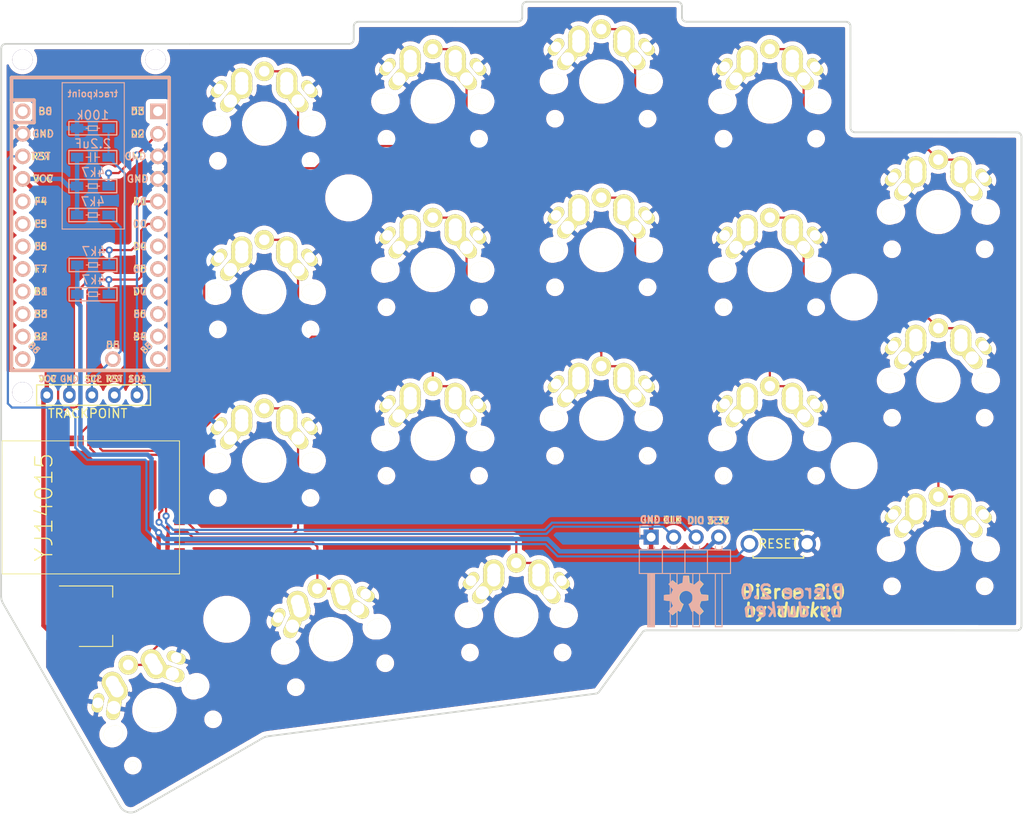
<source format=kicad_pcb>
(kicad_pcb (version 20171130) (host pcbnew 5.1.10-88a1d61d58~88~ubuntu20.04.1)
  (title_block (title "Pierce Keyboard") (date 2021-02-12) (rev "v 0.1") (comment 4 "Author: Durken"))
  (layers (0 F.Cu signal) (31 B.Cu signal) (34 B.Paste user) (35 F.Paste user) (36 B.SilkS user) (37 F.SilkS user) (38 B.Mask user) (39 F.Mask user) (44 Edge.Cuts user))
  (net 0 "")
  (net 1 "Net-(C1-Pad2)")
  (net 2 SCL)
  (net 3 SDA)
  (net 4 reset)
  (net 5 "Net-(AVR1-Pad1)")
  (net 6 "Net-(AVR1-Pad13)")
  (net 7 I2C_SDA)
  (net 8 I2C_SCL)
  (net 9 "Net-(AVR1-Pad7)")
  (net 10 "Net-(AVR1-Pad8)")
  (net 11 "Net-(AVR1-Pad9)")
  (net 12 "Net-(AVR1-Pad10)")
  (net 13 "Net-(AVR1-Pad11)")
  (net 14 "Net-(AVR1-Pad12)")
  (net 15 "Net-(AVR1-Pad14)")
  (net 16 "Net-(AVR1-Pad15)")
  (net 17 "Net-(AVR1-Pad16)")
  (net 18 "Net-(AVR1-Pad17)")
  (net 19 "Net-(AVR1-Pad18)")
  (net 20 "Net-(AVR1-Pad19)")
  (net 21 "Net-(AVR1-Pad20)")
  (net 22 "Net-(AVR1-Pad24)")
  (net 23 CLKR)
  (net 24 DIOR)
  (net 25 SW00R)
  (net 26 SW10R)
  (net 27 SW20R)
  (net 28 SW30R)
  (net 29 SW01R)
  (net 30 SW11R)
  (net 31 SW21R)
  (net 32 SW31R)
  (net 33 SW02R)
  (net 34 SW12R)
  (net 35 SW22R)
  (net 36 SW32R)
  (net 37 SW03R)
  (net 38 SW13R)
  (net 39 SW23R)
  (net 40 SW04R)
  (net 41 SW14R)
  (net 42 SW24R)
  (net 43 "Net-(YJR1-Pad13)")
  (net 44 "Net-(YJR1-Pad10)")
  (net 45 "Net-(YJR1-Pad9)")
  (net 46 "Net-(YJR1-Pad8)")
  (net 47 "Net-(YJR1-Pad7)")
  (net 48 "Net-(YJR1-Pad6)")
  (net 49 "Net-(YJR1-Pad5)")
  (net 50 "Net-(YJR1-Pad4)")
  (net 51 "Net-(YJR1-Pad3)")
  (net 52 "Net-(YJR1-Pad2)")
  (net 53 "Net-(YJR1-Pad34)")
  (net 54 GND)
  (net 55 VCC_5V)
  (net 56 VCC_3.3V)
  (module pierce:MX_ALPS_PG1350_noLed (layer F.Cu) (at 195.754847 54.213202)
    (fp_text reference SW12 hide)
    (fp_text value SW_PUSH hide)
    (pad "" np_thru_hole circle (at -5.22 4.2) (size 1 1) (drill 1) (layers *.Cu *.Mask F.SilkS))
    (pad "" np_thru_hole circle (at 5.22 4.2) (size 1 1) (drill 1) (layers *.Cu *.Mask F.SilkS))
    (pad "" np_thru_hole circle (at -5.08 0) (size 1.7 1.7) (drill 1.7) (layers *.Cu *.Mask F.SilkS))
    (pad "" np_thru_hole circle (at 5.08 0) (size 1.7 1.7) (drill 1.7) (layers *.Cu *.Mask F.SilkS))
    (pad 1 thru_hole circle (at -2.54 -4.5) (size 2.4 2.4) (drill 1.5) (layers *.Cu *.Mask F.SilkS) (net 54 GND))
    (pad 1 thru_hole circle (at -2.54 -4) (size 2.4 2.4) (drill 1.5) (layers *.Cu *.Mask F.SilkS) (net 54 GND))
    (pad 2 thru_hole circle (at 2.54 -4) (size 2.4 2.4) (drill 1.5) (layers *.Cu *.Mask F.SilkS) (net 30 SW11R))
    (pad 2 thru_hole circle (at 2.54 -4.5) (size 2.4 2.4) (drill 1.5) (layers *.Cu *.Mask F.SilkS) (net 30 SW11R))
    (pad 2 thru_hole oval (at 3.81 -2.54 310) (size 2.8 1.55) (drill 1.5) (layers *.Cu *.Mask F.SilkS) (net 30 SW11R))
    (pad 1 thru_hole circle (at -2.54 -5.08) (size 2.4 2.4) (drill 1.5) (layers *.Cu *.Mask F.SilkS) (net 54 GND))
    (pad 1 thru_hole oval (at -3.81 -2.54 50) (size 2.8 1.55) (drill 1.5) (layers *.Cu *.Mask F.SilkS) (net 54 GND))
    (pad 2 thru_hole circle (at 2.54 -5.08) (size 2.4 2.4) (drill 1.5) (layers *.Cu *.Mask F.SilkS) (net 30 SW11R))
    (pad 2 thru_hole circle (at 0 -5.9 90) (size 2.2 2.2) (drill 1.2) (layers *.Cu *.Mask F.SilkS) (net 30 SW11R))
    (pad 1 thru_hole oval (at -5.1 -3.9 50) (size 2.2 1.25) (drill 1.2) (layers *.Cu *.Mask F.SilkS) (net 54 GND))
    (pad "" np_thru_hole circle (at 5.5 0 90) (size 1.9 1.9) (drill 1.9) (layers *.Cu *.Mask F.SilkS))
    (pad "" np_thru_hole circle (at -5.5 0 90) (size 1.9 1.9) (drill 1.9) (layers *.Cu *.Mask F.SilkS))
    (pad "" np_thru_hole circle (at 0 0 90) (size 4 4) (drill 4) (layers *.Cu *.Mask F.SilkS))
    (pad 1 thru_hole oval (at 5.1 -3.9 310) (size 2.2 1.25) (drill 1.2) (layers *.Cu *.Mask F.SilkS) (net 54 GND))
  )
  (module pierce:MX_ALPS_PG1350_noLed (layer F.Cu) (at 176.754847 56.71002)
    (fp_text reference SW5 hide)
    (fp_text value SW_PUSH hide)
    (pad "" np_thru_hole circle (at -5.22 4.2) (size 1 1) (drill 1) (layers *.Cu *.Mask F.SilkS))
    (pad "" np_thru_hole circle (at 5.22 4.2) (size 1 1) (drill 1) (layers *.Cu *.Mask F.SilkS))
    (pad "" np_thru_hole circle (at -5.08 0) (size 1.7 1.7) (drill 1.7) (layers *.Cu *.Mask F.SilkS))
    (pad "" np_thru_hole circle (at 5.08 0) (size 1.7 1.7) (drill 1.7) (layers *.Cu *.Mask F.SilkS))
    (pad 1 thru_hole circle (at -2.54 -4.5) (size 2.4 2.4) (drill 1.5) (layers *.Cu *.Mask F.SilkS) (net 54 GND))
    (pad 1 thru_hole circle (at -2.54 -4) (size 2.4 2.4) (drill 1.5) (layers *.Cu *.Mask F.SilkS) (net 54 GND))
    (pad 2 thru_hole circle (at 2.54 -4) (size 2.4 2.4) (drill 1.5) (layers *.Cu *.Mask F.SilkS) (net 26 SW10R))
    (pad 2 thru_hole circle (at 2.54 -4.5) (size 2.4 2.4) (drill 1.5) (layers *.Cu *.Mask F.SilkS) (net 26 SW10R))
    (pad 2 thru_hole oval (at 3.81 -2.54 310) (size 2.8 1.55) (drill 1.5) (layers *.Cu *.Mask F.SilkS) (net 26 SW10R))
    (pad 1 thru_hole circle (at -2.54 -5.08) (size 2.4 2.4) (drill 1.5) (layers *.Cu *.Mask F.SilkS) (net 54 GND))
    (pad 1 thru_hole oval (at -3.81 -2.54 50) (size 2.8 1.55) (drill 1.5) (layers *.Cu *.Mask F.SilkS) (net 54 GND))
    (pad 2 thru_hole circle (at 2.54 -5.08) (size 2.4 2.4) (drill 1.5) (layers *.Cu *.Mask F.SilkS) (net 26 SW10R))
    (pad 2 thru_hole circle (at 0 -5.9 90) (size 2.2 2.2) (drill 1.2) (layers *.Cu *.Mask F.SilkS) (net 26 SW10R))
    (pad 1 thru_hole oval (at -5.1 -3.9 50) (size 2.2 1.25) (drill 1.2) (layers *.Cu *.Mask F.SilkS) (net 54 GND))
    (pad "" np_thru_hole circle (at 5.5 0 90) (size 1.9 1.9) (drill 1.9) (layers *.Cu *.Mask F.SilkS))
    (pad "" np_thru_hole circle (at -5.5 0 90) (size 1.9 1.9) (drill 1.9) (layers *.Cu *.Mask F.SilkS))
    (pad "" np_thru_hole circle (at 0 0 90) (size 4 4) (drill 4) (layers *.Cu *.Mask F.SilkS))
    (pad 1 thru_hole oval (at 5.1 -3.9 310) (size 2.2 1.25) (drill 1.2) (layers *.Cu *.Mask F.SilkS) (net 54 GND))
  )
  (module pierce:MX_ALPS_PG1350_noLed (layer F.Cu) (at 176.754847 37.71002)
    (fp_text reference SW4 hide)
    (fp_text value SW_PUSH hide)
    (pad "" np_thru_hole circle (at -5.22 4.2) (size 1 1) (drill 1) (layers *.Cu *.Mask F.SilkS))
    (pad "" np_thru_hole circle (at 5.22 4.2) (size 1 1) (drill 1) (layers *.Cu *.Mask F.SilkS))
    (pad "" np_thru_hole circle (at -5.08 0) (size 1.7 1.7) (drill 1.7) (layers *.Cu *.Mask F.SilkS))
    (pad "" np_thru_hole circle (at 5.08 0) (size 1.7 1.7) (drill 1.7) (layers *.Cu *.Mask F.SilkS))
    (pad 1 thru_hole circle (at -2.54 -4.5) (size 2.4 2.4) (drill 1.5) (layers *.Cu *.Mask F.SilkS) (net 54 GND))
    (pad 1 thru_hole circle (at -2.54 -4) (size 2.4 2.4) (drill 1.5) (layers *.Cu *.Mask F.SilkS) (net 54 GND))
    (pad 2 thru_hole circle (at 2.54 -4) (size 2.4 2.4) (drill 1.5) (layers *.Cu *.Mask F.SilkS) (net 25 SW00R))
    (pad 2 thru_hole circle (at 2.54 -4.5) (size 2.4 2.4) (drill 1.5) (layers *.Cu *.Mask F.SilkS) (net 25 SW00R))
    (pad 2 thru_hole oval (at 3.81 -2.54 310) (size 2.8 1.55) (drill 1.5) (layers *.Cu *.Mask F.SilkS) (net 25 SW00R))
    (pad 1 thru_hole circle (at -2.54 -5.08) (size 2.4 2.4) (drill 1.5) (layers *.Cu *.Mask F.SilkS) (net 54 GND))
    (pad 1 thru_hole oval (at -3.81 -2.54 50) (size 2.8 1.55) (drill 1.5) (layers *.Cu *.Mask F.SilkS) (net 54 GND))
    (pad 2 thru_hole circle (at 2.54 -5.08) (size 2.4 2.4) (drill 1.5) (layers *.Cu *.Mask F.SilkS) (net 25 SW00R))
    (pad 2 thru_hole circle (at 0 -5.9 90) (size 2.2 2.2) (drill 1.2) (layers *.Cu *.Mask F.SilkS) (net 25 SW00R))
    (pad 1 thru_hole oval (at -5.1 -3.9 50) (size 2.2 1.25) (drill 1.2) (layers *.Cu *.Mask F.SilkS) (net 54 GND))
    (pad "" np_thru_hole circle (at 5.5 0 90) (size 1.9 1.9) (drill 1.9) (layers *.Cu *.Mask F.SilkS))
    (pad "" np_thru_hole circle (at -5.5 0 90) (size 1.9 1.9) (drill 1.9) (layers *.Cu *.Mask F.SilkS))
    (pad "" np_thru_hole circle (at 0 0 90) (size 4 4) (drill 4) (layers *.Cu *.Mask F.SilkS))
    (pad 1 thru_hole oval (at 5.1 -3.9 310) (size 2.2 1.25) (drill 1.2) (layers *.Cu *.Mask F.SilkS) (net 54 GND))
  )
  (module pierce:MX_ALPS_PG1350_noLed (layer F.Cu) (at 214.754847 51.960224)
    (fp_text reference SW20 hide)
    (fp_text value SW_PUSH hide)
    (pad "" np_thru_hole circle (at -5.22 4.2) (size 1 1) (drill 1) (layers *.Cu *.Mask F.SilkS))
    (pad "" np_thru_hole circle (at 5.22 4.2) (size 1 1) (drill 1) (layers *.Cu *.Mask F.SilkS))
    (pad "" np_thru_hole circle (at -5.08 0) (size 1.7 1.7) (drill 1.7) (layers *.Cu *.Mask F.SilkS))
    (pad "" np_thru_hole circle (at 5.08 0) (size 1.7 1.7) (drill 1.7) (layers *.Cu *.Mask F.SilkS))
    (pad 1 thru_hole circle (at -2.54 -4.5) (size 2.4 2.4) (drill 1.5) (layers *.Cu *.Mask F.SilkS) (net 54 GND))
    (pad 1 thru_hole circle (at -2.54 -4) (size 2.4 2.4) (drill 1.5) (layers *.Cu *.Mask F.SilkS) (net 54 GND))
    (pad 2 thru_hole circle (at 2.54 -4) (size 2.4 2.4) (drill 1.5) (layers *.Cu *.Mask F.SilkS) (net 34 SW12R))
    (pad 2 thru_hole circle (at 2.54 -4.5) (size 2.4 2.4) (drill 1.5) (layers *.Cu *.Mask F.SilkS) (net 34 SW12R))
    (pad 2 thru_hole oval (at 3.81 -2.54 310) (size 2.8 1.55) (drill 1.5) (layers *.Cu *.Mask F.SilkS) (net 34 SW12R))
    (pad 1 thru_hole circle (at -2.54 -5.08) (size 2.4 2.4) (drill 1.5) (layers *.Cu *.Mask F.SilkS) (net 54 GND))
    (pad 1 thru_hole oval (at -3.81 -2.54 50) (size 2.8 1.55) (drill 1.5) (layers *.Cu *.Mask F.SilkS) (net 54 GND))
    (pad 2 thru_hole circle (at 2.54 -5.08) (size 2.4 2.4) (drill 1.5) (layers *.Cu *.Mask F.SilkS) (net 34 SW12R))
    (pad 2 thru_hole circle (at 0 -5.9 90) (size 2.2 2.2) (drill 1.2) (layers *.Cu *.Mask F.SilkS) (net 34 SW12R))
    (pad 1 thru_hole oval (at -5.1 -3.9 50) (size 2.2 1.25) (drill 1.2) (layers *.Cu *.Mask F.SilkS) (net 54 GND))
    (pad "" np_thru_hole circle (at 5.5 0 90) (size 1.9 1.9) (drill 1.9) (layers *.Cu *.Mask F.SilkS))
    (pad "" np_thru_hole circle (at -5.5 0 90) (size 1.9 1.9) (drill 1.9) (layers *.Cu *.Mask F.SilkS))
    (pad "" np_thru_hole circle (at 0 0 90) (size 4 4) (drill 4) (layers *.Cu *.Mask F.SilkS))
    (pad 1 thru_hole oval (at 5.1 -3.9 310) (size 2.2 1.25) (drill 1.2) (layers *.Cu *.Mask F.SilkS) (net 54 GND))
  )
  (module pierce:MX_ALPS_PG1350_noLed (layer F.Cu) (at 214.754847 32.960224)
    (fp_text reference SW19 hide)
    (fp_text value SW_PUSH hide)
    (pad "" np_thru_hole circle (at -5.22 4.2) (size 1 1) (drill 1) (layers *.Cu *.Mask F.SilkS))
    (pad "" np_thru_hole circle (at 5.22 4.2) (size 1 1) (drill 1) (layers *.Cu *.Mask F.SilkS))
    (pad "" np_thru_hole circle (at -5.08 0) (size 1.7 1.7) (drill 1.7) (layers *.Cu *.Mask F.SilkS))
    (pad "" np_thru_hole circle (at 5.08 0) (size 1.7 1.7) (drill 1.7) (layers *.Cu *.Mask F.SilkS))
    (pad 1 thru_hole circle (at -2.54 -4.5) (size 2.4 2.4) (drill 1.5) (layers *.Cu *.Mask F.SilkS) (net 54 GND))
    (pad 1 thru_hole circle (at -2.54 -4) (size 2.4 2.4) (drill 1.5) (layers *.Cu *.Mask F.SilkS) (net 54 GND))
    (pad 2 thru_hole circle (at 2.54 -4) (size 2.4 2.4) (drill 1.5) (layers *.Cu *.Mask F.SilkS) (net 33 SW02R))
    (pad 2 thru_hole circle (at 2.54 -4.5) (size 2.4 2.4) (drill 1.5) (layers *.Cu *.Mask F.SilkS) (net 33 SW02R))
    (pad 2 thru_hole oval (at 3.81 -2.54 310) (size 2.8 1.55) (drill 1.5) (layers *.Cu *.Mask F.SilkS) (net 33 SW02R))
    (pad 1 thru_hole circle (at -2.54 -5.08) (size 2.4 2.4) (drill 1.5) (layers *.Cu *.Mask F.SilkS) (net 54 GND))
    (pad 1 thru_hole oval (at -3.81 -2.54 50) (size 2.8 1.55) (drill 1.5) (layers *.Cu *.Mask F.SilkS) (net 54 GND))
    (pad 2 thru_hole circle (at 2.54 -5.08) (size 2.4 2.4) (drill 1.5) (layers *.Cu *.Mask F.SilkS) (net 33 SW02R))
    (pad 2 thru_hole circle (at 0 -5.9 90) (size 2.2 2.2) (drill 1.2) (layers *.Cu *.Mask F.SilkS) (net 33 SW02R))
    (pad 1 thru_hole oval (at -5.1 -3.9 50) (size 2.2 1.25) (drill 1.2) (layers *.Cu *.Mask F.SilkS) (net 54 GND))
    (pad "" np_thru_hole circle (at 5.5 0 90) (size 1.9 1.9) (drill 1.9) (layers *.Cu *.Mask F.SilkS))
    (pad "" np_thru_hole circle (at -5.5 0 90) (size 1.9 1.9) (drill 1.9) (layers *.Cu *.Mask F.SilkS))
    (pad "" np_thru_hole circle (at 0 0 90) (size 4 4) (drill 4) (layers *.Cu *.Mask F.SilkS))
    (pad 1 thru_hole oval (at 5.1 -3.9 310) (size 2.2 1.25) (drill 1.2) (layers *.Cu *.Mask F.SilkS) (net 54 GND))
  )
  (module pierce:MX_ALPS_PG1350_noLed (layer F.Cu) (at 195.754847 35.213202)
    (fp_text reference SW11 hide)
    (fp_text value SW_PUSH hide)
    (pad "" np_thru_hole circle (at -5.22 4.2) (size 1 1) (drill 1) (layers *.Cu *.Mask F.SilkS))
    (pad "" np_thru_hole circle (at 5.22 4.2) (size 1 1) (drill 1) (layers *.Cu *.Mask F.SilkS))
    (pad "" np_thru_hole circle (at -5.08 0) (size 1.7 1.7) (drill 1.7) (layers *.Cu *.Mask F.SilkS))
    (pad "" np_thru_hole circle (at 5.08 0) (size 1.7 1.7) (drill 1.7) (layers *.Cu *.Mask F.SilkS))
    (pad 1 thru_hole circle (at -2.54 -4.5) (size 2.4 2.4) (drill 1.5) (layers *.Cu *.Mask F.SilkS) (net 54 GND))
    (pad 1 thru_hole circle (at -2.54 -4) (size 2.4 2.4) (drill 1.5) (layers *.Cu *.Mask F.SilkS) (net 54 GND))
    (pad 2 thru_hole circle (at 2.54 -4) (size 2.4 2.4) (drill 1.5) (layers *.Cu *.Mask F.SilkS) (net 29 SW01R))
    (pad 2 thru_hole circle (at 2.54 -4.5) (size 2.4 2.4) (drill 1.5) (layers *.Cu *.Mask F.SilkS) (net 29 SW01R))
    (pad 2 thru_hole oval (at 3.81 -2.54 310) (size 2.8 1.55) (drill 1.5) (layers *.Cu *.Mask F.SilkS) (net 29 SW01R))
    (pad 1 thru_hole circle (at -2.54 -5.08) (size 2.4 2.4) (drill 1.5) (layers *.Cu *.Mask F.SilkS) (net 54 GND))
    (pad 1 thru_hole oval (at -3.81 -2.54 50) (size 2.8 1.55) (drill 1.5) (layers *.Cu *.Mask F.SilkS) (net 54 GND))
    (pad 2 thru_hole circle (at 2.54 -5.08) (size 2.4 2.4) (drill 1.5) (layers *.Cu *.Mask F.SilkS) (net 29 SW01R))
    (pad 2 thru_hole circle (at 0 -5.9 90) (size 2.2 2.2) (drill 1.2) (layers *.Cu *.Mask F.SilkS) (net 29 SW01R))
    (pad 1 thru_hole oval (at -5.1 -3.9 50) (size 2.2 1.25) (drill 1.2) (layers *.Cu *.Mask F.SilkS) (net 54 GND))
    (pad "" np_thru_hole circle (at 5.5 0 90) (size 1.9 1.9) (drill 1.9) (layers *.Cu *.Mask F.SilkS))
    (pad "" np_thru_hole circle (at -5.5 0 90) (size 1.9 1.9) (drill 1.9) (layers *.Cu *.Mask F.SilkS))
    (pad "" np_thru_hole circle (at 0 0 90) (size 4 4) (drill 4) (layers *.Cu *.Mask F.SilkS))
    (pad 1 thru_hole oval (at 5.1 -3.9 310) (size 2.2 1.25) (drill 1.2) (layers *.Cu *.Mask F.SilkS) (net 54 GND))
  )
  (module pierce:MX_ALPS_PG1350_noLed (layer F.Cu) (at 233.754847 54.210662)
    (fp_text reference SW28 hide)
    (fp_text value SW_PUSH hide)
    (pad "" np_thru_hole circle (at -5.22 4.2) (size 1 1) (drill 1) (layers *.Cu *.Mask F.SilkS))
    (pad "" np_thru_hole circle (at 5.22 4.2) (size 1 1) (drill 1) (layers *.Cu *.Mask F.SilkS))
    (pad "" np_thru_hole circle (at -5.08 0) (size 1.7 1.7) (drill 1.7) (layers *.Cu *.Mask F.SilkS))
    (pad "" np_thru_hole circle (at 5.08 0) (size 1.7 1.7) (drill 1.7) (layers *.Cu *.Mask F.SilkS))
    (pad 1 thru_hole circle (at -2.54 -4.5) (size 2.4 2.4) (drill 1.5) (layers *.Cu *.Mask F.SilkS) (net 54 GND))
    (pad 1 thru_hole circle (at -2.54 -4) (size 2.4 2.4) (drill 1.5) (layers *.Cu *.Mask F.SilkS) (net 54 GND))
    (pad 2 thru_hole circle (at 2.54 -4) (size 2.4 2.4) (drill 1.5) (layers *.Cu *.Mask F.SilkS) (net 38 SW13R))
    (pad 2 thru_hole circle (at 2.54 -4.5) (size 2.4 2.4) (drill 1.5) (layers *.Cu *.Mask F.SilkS) (net 38 SW13R))
    (pad 2 thru_hole oval (at 3.81 -2.54 310) (size 2.8 1.55) (drill 1.5) (layers *.Cu *.Mask F.SilkS) (net 38 SW13R))
    (pad 1 thru_hole circle (at -2.54 -5.08) (size 2.4 2.4) (drill 1.5) (layers *.Cu *.Mask F.SilkS) (net 54 GND))
    (pad 1 thru_hole oval (at -3.81 -2.54 50) (size 2.8 1.55) (drill 1.5) (layers *.Cu *.Mask F.SilkS) (net 54 GND))
    (pad 2 thru_hole circle (at 2.54 -5.08) (size 2.4 2.4) (drill 1.5) (layers *.Cu *.Mask F.SilkS) (net 38 SW13R))
    (pad 2 thru_hole circle (at 0 -5.9 90) (size 2.2 2.2) (drill 1.2) (layers *.Cu *.Mask F.SilkS) (net 38 SW13R))
    (pad 1 thru_hole oval (at -5.1 -3.9 50) (size 2.2 1.25) (drill 1.2) (layers *.Cu *.Mask F.SilkS) (net 54 GND))
    (pad "" np_thru_hole circle (at 5.5 0 90) (size 1.9 1.9) (drill 1.9) (layers *.Cu *.Mask F.SilkS))
    (pad "" np_thru_hole circle (at -5.5 0 90) (size 1.9 1.9) (drill 1.9) (layers *.Cu *.Mask F.SilkS))
    (pad "" np_thru_hole circle (at 0 0 90) (size 4 4) (drill 4) (layers *.Cu *.Mask F.SilkS))
    (pad 1 thru_hole oval (at 5.1 -3.9 310) (size 2.2 1.25) (drill 1.2) (layers *.Cu *.Mask F.SilkS) (net 54 GND))
  )
  (module pierce:MX_ALPS_PG1350_noLed (layer F.Cu) (at 252.754847 47.673598)
    (fp_text reference SW34 hide)
    (fp_text value SW_PUSH hide)
    (pad "" np_thru_hole circle (at -5.22 4.2) (size 1 1) (drill 1) (layers *.Cu *.Mask F.SilkS))
    (pad "" np_thru_hole circle (at 5.22 4.2) (size 1 1) (drill 1) (layers *.Cu *.Mask F.SilkS))
    (pad "" np_thru_hole circle (at -5.08 0) (size 1.7 1.7) (drill 1.7) (layers *.Cu *.Mask F.SilkS))
    (pad "" np_thru_hole circle (at 5.08 0) (size 1.7 1.7) (drill 1.7) (layers *.Cu *.Mask F.SilkS))
    (pad 1 thru_hole circle (at -2.54 -4.5) (size 2.4 2.4) (drill 1.5) (layers *.Cu *.Mask F.SilkS) (net 54 GND))
    (pad 1 thru_hole circle (at -2.54 -4) (size 2.4 2.4) (drill 1.5) (layers *.Cu *.Mask F.SilkS) (net 54 GND))
    (pad 2 thru_hole circle (at 2.54 -4) (size 2.4 2.4) (drill 1.5) (layers *.Cu *.Mask F.SilkS) (net 40 SW04R))
    (pad 2 thru_hole circle (at 2.54 -4.5) (size 2.4 2.4) (drill 1.5) (layers *.Cu *.Mask F.SilkS) (net 40 SW04R))
    (pad 2 thru_hole oval (at 3.81 -2.54 310) (size 2.8 1.55) (drill 1.5) (layers *.Cu *.Mask F.SilkS) (net 40 SW04R))
    (pad 1 thru_hole circle (at -2.54 -5.08) (size 2.4 2.4) (drill 1.5) (layers *.Cu *.Mask F.SilkS) (net 54 GND))
    (pad 1 thru_hole oval (at -3.81 -2.54 50) (size 2.8 1.55) (drill 1.5) (layers *.Cu *.Mask F.SilkS) (net 54 GND))
    (pad 2 thru_hole circle (at 2.54 -5.08) (size 2.4 2.4) (drill 1.5) (layers *.Cu *.Mask F.SilkS) (net 40 SW04R))
    (pad 2 thru_hole circle (at 0 -5.9 90) (size 2.2 2.2) (drill 1.2) (layers *.Cu *.Mask F.SilkS) (net 40 SW04R))
    (pad 1 thru_hole oval (at -5.1 -3.9 50) (size 2.2 1.25) (drill 1.2) (layers *.Cu *.Mask F.SilkS) (net 54 GND))
    (pad "" np_thru_hole circle (at 5.5 0 90) (size 1.9 1.9) (drill 1.9) (layers *.Cu *.Mask F.SilkS))
    (pad "" np_thru_hole circle (at -5.5 0 90) (size 1.9 1.9) (drill 1.9) (layers *.Cu *.Mask F.SilkS))
    (pad "" np_thru_hole circle (at 0 0 90) (size 4 4) (drill 4) (layers *.Cu *.Mask F.SilkS))
    (pad 1 thru_hole oval (at 5.1 -3.9 310) (size 2.2 1.25) (drill 1.2) (layers *.Cu *.Mask F.SilkS) (net 54 GND))
  )
  (module pierce:MX_ALPS_PG1350_noLed (layer F.Cu) (at 252.754847 66.673598)
    (fp_text reference SW35 hide)
    (fp_text value SW_PUSH hide)
    (pad "" np_thru_hole circle (at -5.22 4.2) (size 1 1) (drill 1) (layers *.Cu *.Mask F.SilkS))
    (pad "" np_thru_hole circle (at 5.22 4.2) (size 1 1) (drill 1) (layers *.Cu *.Mask F.SilkS))
    (pad "" np_thru_hole circle (at -5.08 0) (size 1.7 1.7) (drill 1.7) (layers *.Cu *.Mask F.SilkS))
    (pad "" np_thru_hole circle (at 5.08 0) (size 1.7 1.7) (drill 1.7) (layers *.Cu *.Mask F.SilkS))
    (pad 1 thru_hole circle (at -2.54 -4.5) (size 2.4 2.4) (drill 1.5) (layers *.Cu *.Mask F.SilkS) (net 54 GND))
    (pad 1 thru_hole circle (at -2.54 -4) (size 2.4 2.4) (drill 1.5) (layers *.Cu *.Mask F.SilkS) (net 54 GND))
    (pad 2 thru_hole circle (at 2.54 -4) (size 2.4 2.4) (drill 1.5) (layers *.Cu *.Mask F.SilkS) (net 41 SW14R))
    (pad 2 thru_hole circle (at 2.54 -4.5) (size 2.4 2.4) (drill 1.5) (layers *.Cu *.Mask F.SilkS) (net 41 SW14R))
    (pad 2 thru_hole oval (at 3.81 -2.54 310) (size 2.8 1.55) (drill 1.5) (layers *.Cu *.Mask F.SilkS) (net 41 SW14R))
    (pad 1 thru_hole circle (at -2.54 -5.08) (size 2.4 2.4) (drill 1.5) (layers *.Cu *.Mask F.SilkS) (net 54 GND))
    (pad 1 thru_hole oval (at -3.81 -2.54 50) (size 2.8 1.55) (drill 1.5) (layers *.Cu *.Mask F.SilkS) (net 54 GND))
    (pad 2 thru_hole circle (at 2.54 -5.08) (size 2.4 2.4) (drill 1.5) (layers *.Cu *.Mask F.SilkS) (net 41 SW14R))
    (pad 2 thru_hole circle (at 0 -5.9 90) (size 2.2 2.2) (drill 1.2) (layers *.Cu *.Mask F.SilkS) (net 41 SW14R))
    (pad 1 thru_hole oval (at -5.1 -3.9 50) (size 2.2 1.25) (drill 1.2) (layers *.Cu *.Mask F.SilkS) (net 54 GND))
    (pad "" np_thru_hole circle (at 5.5 0 90) (size 1.9 1.9) (drill 1.9) (layers *.Cu *.Mask F.SilkS))
    (pad "" np_thru_hole circle (at -5.5 0 90) (size 1.9 1.9) (drill 1.9) (layers *.Cu *.Mask F.SilkS))
    (pad "" np_thru_hole circle (at 0 0 90) (size 4 4) (drill 4) (layers *.Cu *.Mask F.SilkS))
    (pad 1 thru_hole oval (at 5.1 -3.9 310) (size 2.2 1.25) (drill 1.2) (layers *.Cu *.Mask F.SilkS) (net 54 GND))
  )
  (module pierce:MX_ALPS_PG1350_noLed (layer F.Cu) (at 252.754847 85.673598)
    (fp_text reference SW36 hide)
    (fp_text value SW_PUSH hide)
    (pad "" np_thru_hole circle (at -5.22 4.2) (size 1 1) (drill 1) (layers *.Cu *.Mask F.SilkS))
    (pad "" np_thru_hole circle (at 5.22 4.2) (size 1 1) (drill 1) (layers *.Cu *.Mask F.SilkS))
    (pad "" np_thru_hole circle (at -5.08 0) (size 1.7 1.7) (drill 1.7) (layers *.Cu *.Mask F.SilkS))
    (pad "" np_thru_hole circle (at 5.08 0) (size 1.7 1.7) (drill 1.7) (layers *.Cu *.Mask F.SilkS))
    (pad 1 thru_hole circle (at -2.54 -4.5) (size 2.4 2.4) (drill 1.5) (layers *.Cu *.Mask F.SilkS) (net 54 GND))
    (pad 1 thru_hole circle (at -2.54 -4) (size 2.4 2.4) (drill 1.5) (layers *.Cu *.Mask F.SilkS) (net 54 GND))
    (pad 2 thru_hole circle (at 2.54 -4) (size 2.4 2.4) (drill 1.5) (layers *.Cu *.Mask F.SilkS) (net 42 SW24R))
    (pad 2 thru_hole circle (at 2.54 -4.5) (size 2.4 2.4) (drill 1.5) (layers *.Cu *.Mask F.SilkS) (net 42 SW24R))
    (pad 2 thru_hole oval (at 3.81 -2.54 310) (size 2.8 1.55) (drill 1.5) (layers *.Cu *.Mask F.SilkS) (net 42 SW24R))
    (pad 1 thru_hole circle (at -2.54 -5.08) (size 2.4 2.4) (drill 1.5) (layers *.Cu *.Mask F.SilkS) (net 54 GND))
    (pad 1 thru_hole oval (at -3.81 -2.54 50) (size 2.8 1.55) (drill 1.5) (layers *.Cu *.Mask F.SilkS) (net 54 GND))
    (pad 2 thru_hole circle (at 2.54 -5.08) (size 2.4 2.4) (drill 1.5) (layers *.Cu *.Mask F.SilkS) (net 42 SW24R))
    (pad 2 thru_hole circle (at 0 -5.9 90) (size 2.2 2.2) (drill 1.2) (layers *.Cu *.Mask F.SilkS) (net 42 SW24R))
    (pad 1 thru_hole oval (at -5.1 -3.9 50) (size 2.2 1.25) (drill 1.2) (layers *.Cu *.Mask F.SilkS) (net 54 GND))
    (pad "" np_thru_hole circle (at 5.5 0 90) (size 1.9 1.9) (drill 1.9) (layers *.Cu *.Mask F.SilkS))
    (pad "" np_thru_hole circle (at -5.5 0 90) (size 1.9 1.9) (drill 1.9) (layers *.Cu *.Mask F.SilkS))
    (pad "" np_thru_hole circle (at 0 0 90) (size 4 4) (drill 4) (layers *.Cu *.Mask F.SilkS))
    (pad 1 thru_hole oval (at 5.1 -3.9 310) (size 2.2 1.25) (drill 1.2) (layers *.Cu *.Mask F.SilkS) (net 54 GND))
  )
  (module pierce:MX_ALPS_PG1350_noLed (layer F.Cu) (at 176.754847 75.71002)
    (fp_text reference SW6 hide)
    (fp_text value SW_PUSH hide)
    (pad "" np_thru_hole circle (at -5.22 4.2) (size 1 1) (drill 1) (layers *.Cu *.Mask F.SilkS))
    (pad "" np_thru_hole circle (at 5.22 4.2) (size 1 1) (drill 1) (layers *.Cu *.Mask F.SilkS))
    (pad "" np_thru_hole circle (at -5.08 0) (size 1.7 1.7) (drill 1.7) (layers *.Cu *.Mask F.SilkS))
    (pad "" np_thru_hole circle (at 5.08 0) (size 1.7 1.7) (drill 1.7) (layers *.Cu *.Mask F.SilkS))
    (pad 1 thru_hole circle (at -2.54 -4.5) (size 2.4 2.4) (drill 1.5) (layers *.Cu *.Mask F.SilkS) (net 54 GND))
    (pad 1 thru_hole circle (at -2.54 -4) (size 2.4 2.4) (drill 1.5) (layers *.Cu *.Mask F.SilkS) (net 54 GND))
    (pad 2 thru_hole circle (at 2.54 -4) (size 2.4 2.4) (drill 1.5) (layers *.Cu *.Mask F.SilkS) (net 27 SW20R))
    (pad 2 thru_hole circle (at 2.54 -4.5) (size 2.4 2.4) (drill 1.5) (layers *.Cu *.Mask F.SilkS) (net 27 SW20R))
    (pad 2 thru_hole oval (at 3.81 -2.54 310) (size 2.8 1.55) (drill 1.5) (layers *.Cu *.Mask F.SilkS) (net 27 SW20R))
    (pad 1 thru_hole circle (at -2.54 -5.08) (size 2.4 2.4) (drill 1.5) (layers *.Cu *.Mask F.SilkS) (net 54 GND))
    (pad 1 thru_hole oval (at -3.81 -2.54 50) (size 2.8 1.55) (drill 1.5) (layers *.Cu *.Mask F.SilkS) (net 54 GND))
    (pad 2 thru_hole circle (at 2.54 -5.08) (size 2.4 2.4) (drill 1.5) (layers *.Cu *.Mask F.SilkS) (net 27 SW20R))
    (pad 2 thru_hole circle (at 0 -5.9 90) (size 2.2 2.2) (drill 1.2) (layers *.Cu *.Mask F.SilkS) (net 27 SW20R))
    (pad 1 thru_hole oval (at -5.1 -3.9 50) (size 2.2 1.25) (drill 1.2) (layers *.Cu *.Mask F.SilkS) (net 54 GND))
    (pad "" np_thru_hole circle (at 5.5 0 90) (size 1.9 1.9) (drill 1.9) (layers *.Cu *.Mask F.SilkS))
    (pad "" np_thru_hole circle (at -5.5 0 90) (size 1.9 1.9) (drill 1.9) (layers *.Cu *.Mask F.SilkS))
    (pad "" np_thru_hole circle (at 0 0 90) (size 4 4) (drill 4) (layers *.Cu *.Mask F.SilkS))
    (pad 1 thru_hole oval (at 5.1 -3.9 310) (size 2.2 1.25) (drill 1.2) (layers *.Cu *.Mask F.SilkS) (net 54 GND))
  )
  (module pierce:MX_ALPS_PG1350_noLed (layer F.Cu) (at 195.754847 73.213202)
    (fp_text reference SW13 hide)
    (fp_text value SW_PUSH hide)
    (pad "" np_thru_hole circle (at -5.22 4.2) (size 1 1) (drill 1) (layers *.Cu *.Mask F.SilkS))
    (pad "" np_thru_hole circle (at 5.22 4.2) (size 1 1) (drill 1) (layers *.Cu *.Mask F.SilkS))
    (pad "" np_thru_hole circle (at -5.08 0) (size 1.7 1.7) (drill 1.7) (layers *.Cu *.Mask F.SilkS))
    (pad "" np_thru_hole circle (at 5.08 0) (size 1.7 1.7) (drill 1.7) (layers *.Cu *.Mask F.SilkS))
    (pad 1 thru_hole circle (at -2.54 -4.5) (size 2.4 2.4) (drill 1.5) (layers *.Cu *.Mask F.SilkS) (net 54 GND))
    (pad 1 thru_hole circle (at -2.54 -4) (size 2.4 2.4) (drill 1.5) (layers *.Cu *.Mask F.SilkS) (net 54 GND))
    (pad 2 thru_hole circle (at 2.54 -4) (size 2.4 2.4) (drill 1.5) (layers *.Cu *.Mask F.SilkS) (net 31 SW21R))
    (pad 2 thru_hole circle (at 2.54 -4.5) (size 2.4 2.4) (drill 1.5) (layers *.Cu *.Mask F.SilkS) (net 31 SW21R))
    (pad 2 thru_hole oval (at 3.81 -2.54 310) (size 2.8 1.55) (drill 1.5) (layers *.Cu *.Mask F.SilkS) (net 31 SW21R))
    (pad 1 thru_hole circle (at -2.54 -5.08) (size 2.4 2.4) (drill 1.5) (layers *.Cu *.Mask F.SilkS) (net 54 GND))
    (pad 1 thru_hole oval (at -3.81 -2.54 50) (size 2.8 1.55) (drill 1.5) (layers *.Cu *.Mask F.SilkS) (net 54 GND))
    (pad 2 thru_hole circle (at 2.54 -5.08) (size 2.4 2.4) (drill 1.5) (layers *.Cu *.Mask F.SilkS) (net 31 SW21R))
    (pad 2 thru_hole circle (at 0 -5.9 90) (size 2.2 2.2) (drill 1.2) (layers *.Cu *.Mask F.SilkS) (net 31 SW21R))
    (pad 1 thru_hole oval (at -5.1 -3.9 50) (size 2.2 1.25) (drill 1.2) (layers *.Cu *.Mask F.SilkS) (net 54 GND))
    (pad "" np_thru_hole circle (at 5.5 0 90) (size 1.9 1.9) (drill 1.9) (layers *.Cu *.Mask F.SilkS))
    (pad "" np_thru_hole circle (at -5.5 0 90) (size 1.9 1.9) (drill 1.9) (layers *.Cu *.Mask F.SilkS))
    (pad "" np_thru_hole circle (at 0 0 90) (size 4 4) (drill 4) (layers *.Cu *.Mask F.SilkS))
    (pad 1 thru_hole oval (at 5.1 -3.9 310) (size 2.2 1.25) (drill 1.2) (layers *.Cu *.Mask F.SilkS) (net 54 GND))
  )
  (module pierce:MX_ALPS_PG1350_noLed (layer F.Cu) (at 214.754847 70.960224)
    (fp_text reference SW21 hide)
    (fp_text value SW_PUSH hide)
    (pad "" np_thru_hole circle (at -5.22 4.2) (size 1 1) (drill 1) (layers *.Cu *.Mask F.SilkS))
    (pad "" np_thru_hole circle (at 5.22 4.2) (size 1 1) (drill 1) (layers *.Cu *.Mask F.SilkS))
    (pad "" np_thru_hole circle (at -5.08 0) (size 1.7 1.7) (drill 1.7) (layers *.Cu *.Mask F.SilkS))
    (pad "" np_thru_hole circle (at 5.08 0) (size 1.7 1.7) (drill 1.7) (layers *.Cu *.Mask F.SilkS))
    (pad 1 thru_hole circle (at -2.54 -4.5) (size 2.4 2.4) (drill 1.5) (layers *.Cu *.Mask F.SilkS) (net 54 GND))
    (pad 1 thru_hole circle (at -2.54 -4) (size 2.4 2.4) (drill 1.5) (layers *.Cu *.Mask F.SilkS) (net 54 GND))
    (pad 2 thru_hole circle (at 2.54 -4) (size 2.4 2.4) (drill 1.5) (layers *.Cu *.Mask F.SilkS) (net 35 SW22R))
    (pad 2 thru_hole circle (at 2.54 -4.5) (size 2.4 2.4) (drill 1.5) (layers *.Cu *.Mask F.SilkS) (net 35 SW22R))
    (pad 2 thru_hole oval (at 3.81 -2.54 310) (size 2.8 1.55) (drill 1.5) (layers *.Cu *.Mask F.SilkS) (net 35 SW22R))
    (pad 1 thru_hole circle (at -2.54 -5.08) (size 2.4 2.4) (drill 1.5) (layers *.Cu *.Mask F.SilkS) (net 54 GND))
    (pad 1 thru_hole oval (at -3.81 -2.54 50) (size 2.8 1.55) (drill 1.5) (layers *.Cu *.Mask F.SilkS) (net 54 GND))
    (pad 2 thru_hole circle (at 2.54 -5.08) (size 2.4 2.4) (drill 1.5) (layers *.Cu *.Mask F.SilkS) (net 35 SW22R))
    (pad 2 thru_hole circle (at 0 -5.9 90) (size 2.2 2.2) (drill 1.2) (layers *.Cu *.Mask F.SilkS) (net 35 SW22R))
    (pad 1 thru_hole oval (at -5.1 -3.9 50) (size 2.2 1.25) (drill 1.2) (layers *.Cu *.Mask F.SilkS) (net 54 GND))
    (pad "" np_thru_hole circle (at 5.5 0 90) (size 1.9 1.9) (drill 1.9) (layers *.Cu *.Mask F.SilkS))
    (pad "" np_thru_hole circle (at -5.5 0 90) (size 1.9 1.9) (drill 1.9) (layers *.Cu *.Mask F.SilkS))
    (pad "" np_thru_hole circle (at 0 0 90) (size 4 4) (drill 4) (layers *.Cu *.Mask F.SilkS))
    (pad 1 thru_hole oval (at 5.1 -3.9 310) (size 2.2 1.25) (drill 1.2) (layers *.Cu *.Mask F.SilkS) (net 54 GND))
  )
  (module pierce:MX_ALPS_PG1350_noLed (layer F.Cu) (at 233.754847 73.210662)
    (fp_text reference SW29 hide)
    (fp_text value SW_PUSH hide)
    (pad "" np_thru_hole circle (at -5.22 4.2) (size 1 1) (drill 1) (layers *.Cu *.Mask F.SilkS))
    (pad "" np_thru_hole circle (at 5.22 4.2) (size 1 1) (drill 1) (layers *.Cu *.Mask F.SilkS))
    (pad "" np_thru_hole circle (at -5.08 0) (size 1.7 1.7) (drill 1.7) (layers *.Cu *.Mask F.SilkS))
    (pad "" np_thru_hole circle (at 5.08 0) (size 1.7 1.7) (drill 1.7) (layers *.Cu *.Mask F.SilkS))
    (pad 1 thru_hole circle (at -2.54 -4.5) (size 2.4 2.4) (drill 1.5) (layers *.Cu *.Mask F.SilkS) (net 54 GND))
    (pad 1 thru_hole circle (at -2.54 -4) (size 2.4 2.4) (drill 1.5) (layers *.Cu *.Mask F.SilkS) (net 54 GND))
    (pad 2 thru_hole circle (at 2.54 -4) (size 2.4 2.4) (drill 1.5) (layers *.Cu *.Mask F.SilkS) (net 39 SW23R))
    (pad 2 thru_hole circle (at 2.54 -4.5) (size 2.4 2.4) (drill 1.5) (layers *.Cu *.Mask F.SilkS) (net 39 SW23R))
    (pad 2 thru_hole oval (at 3.81 -2.54 310) (size 2.8 1.55) (drill 1.5) (layers *.Cu *.Mask F.SilkS) (net 39 SW23R))
    (pad 1 thru_hole circle (at -2.54 -5.08) (size 2.4 2.4) (drill 1.5) (layers *.Cu *.Mask F.SilkS) (net 54 GND))
    (pad 1 thru_hole oval (at -3.81 -2.54 50) (size 2.8 1.55) (drill 1.5) (layers *.Cu *.Mask F.SilkS) (net 54 GND))
    (pad 2 thru_hole circle (at 2.54 -5.08) (size 2.4 2.4) (drill 1.5) (layers *.Cu *.Mask F.SilkS) (net 39 SW23R))
    (pad 2 thru_hole circle (at 0 -5.9 90) (size 2.2 2.2) (drill 1.2) (layers *.Cu *.Mask F.SilkS) (net 39 SW23R))
    (pad 1 thru_hole oval (at -5.1 -3.9 50) (size 2.2 1.25) (drill 1.2) (layers *.Cu *.Mask F.SilkS) (net 54 GND))
    (pad "" np_thru_hole circle (at 5.5 0 90) (size 1.9 1.9) (drill 1.9) (layers *.Cu *.Mask F.SilkS))
    (pad "" np_thru_hole circle (at -5.5 0 90) (size 1.9 1.9) (drill 1.9) (layers *.Cu *.Mask F.SilkS))
    (pad "" np_thru_hole circle (at 0 0 90) (size 4 4) (drill 4) (layers *.Cu *.Mask F.SilkS))
    (pad 1 thru_hole oval (at 5.1 -3.9 310) (size 2.2 1.25) (drill 1.2) (layers *.Cu *.Mask F.SilkS) (net 54 GND))
  )
  (module pierce:MX_ALPS_PG1350_noLed (layer F.Cu) (at 205.17 93.14)
    (fp_text reference SW22 hide)
    (fp_text value SW_PUSH hide)
    (pad "" np_thru_hole circle (at -5.22 4.2) (size 1 1) (drill 1) (layers *.Cu *.Mask F.SilkS))
    (pad "" np_thru_hole circle (at 5.22 4.2) (size 1 1) (drill 1) (layers *.Cu *.Mask F.SilkS))
    (pad "" np_thru_hole circle (at -5.08 0) (size 1.7 1.7) (drill 1.7) (layers *.Cu *.Mask F.SilkS))
    (pad "" np_thru_hole circle (at 5.08 0) (size 1.7 1.7) (drill 1.7) (layers *.Cu *.Mask F.SilkS))
    (pad 1 thru_hole circle (at -2.54 -4.5) (size 2.4 2.4) (drill 1.5) (layers *.Cu *.Mask F.SilkS) (net 54 GND))
    (pad 1 thru_hole circle (at -2.54 -4) (size 2.4 2.4) (drill 1.5) (layers *.Cu *.Mask F.SilkS) (net 54 GND))
    (pad 2 thru_hole circle (at 2.54 -4) (size 2.4 2.4) (drill 1.5) (layers *.Cu *.Mask F.SilkS) (net 36 SW32R))
    (pad 2 thru_hole circle (at 2.54 -4.5) (size 2.4 2.4) (drill 1.5) (layers *.Cu *.Mask F.SilkS) (net 36 SW32R))
    (pad 2 thru_hole oval (at 3.81 -2.54 310) (size 2.8 1.55) (drill 1.5) (layers *.Cu *.Mask F.SilkS) (net 36 SW32R))
    (pad 1 thru_hole circle (at -2.54 -5.08) (size 2.4 2.4) (drill 1.5) (layers *.Cu *.Mask F.SilkS) (net 54 GND))
    (pad 1 thru_hole oval (at -3.81 -2.54 50) (size 2.8 1.55) (drill 1.5) (layers *.Cu *.Mask F.SilkS) (net 54 GND))
    (pad 2 thru_hole circle (at 2.54 -5.08) (size 2.4 2.4) (drill 1.5) (layers *.Cu *.Mask F.SilkS) (net 36 SW32R))
    (pad 2 thru_hole circle (at 0 -5.9 90) (size 2.2 2.2) (drill 1.2) (layers *.Cu *.Mask F.SilkS) (net 36 SW32R))
    (pad 1 thru_hole oval (at -5.1 -3.9 50) (size 2.2 1.25) (drill 1.2) (layers *.Cu *.Mask F.SilkS) (net 54 GND))
    (pad "" np_thru_hole circle (at 5.5 0 90) (size 1.9 1.9) (drill 1.9) (layers *.Cu *.Mask F.SilkS))
    (pad "" np_thru_hole circle (at -5.5 0 90) (size 1.9 1.9) (drill 1.9) (layers *.Cu *.Mask F.SilkS))
    (pad "" np_thru_hole circle (at 0 0 90) (size 4 4) (drill 4) (layers *.Cu *.Mask F.SilkS))
    (pad 1 thru_hole oval (at 5.1 -3.9 310) (size 2.2 1.25) (drill 1.2) (layers *.Cu *.Mask F.SilkS) (net 54 GND))
  )
  (module pierce:MX_ALPS_PG1350_noLed (layer F.Cu) (at 184.27 95.84 15)
    (fp_text reference SW14 hide)
    (fp_text value SW_PUSH hide)
    (pad "" np_thru_hole circle (at -5.22 4.2 15) (size 1 1) (drill 1) (layers *.Cu *.Mask F.SilkS))
    (pad "" np_thru_hole circle (at 5.22 4.2 15) (size 1 1) (drill 1) (layers *.Cu *.Mask F.SilkS))
    (pad "" np_thru_hole circle (at -5.08 0 15) (size 1.7 1.7) (drill 1.7) (layers *.Cu *.Mask F.SilkS))
    (pad "" np_thru_hole circle (at 5.08 0 15) (size 1.7 1.7) (drill 1.7) (layers *.Cu *.Mask F.SilkS))
    (pad 1 thru_hole circle (at -2.54 -4.5 15) (size 2.4 2.4) (drill 1.5) (layers *.Cu *.Mask F.SilkS) (net 54 GND))
    (pad 1 thru_hole circle (at -2.54 -4 15) (size 2.4 2.4) (drill 1.5) (layers *.Cu *.Mask F.SilkS) (net 54 GND))
    (pad 2 thru_hole circle (at 2.54 -4 15) (size 2.4 2.4) (drill 1.5) (layers *.Cu *.Mask F.SilkS) (net 32 SW31R))
    (pad 2 thru_hole circle (at 2.54 -4.5 15) (size 2.4 2.4) (drill 1.5) (layers *.Cu *.Mask F.SilkS) (net 32 SW31R))
    (pad 2 thru_hole oval (at 3.81 -2.54 325) (size 2.8 1.55) (drill 1.5) (layers *.Cu *.Mask F.SilkS) (net 32 SW31R))
    (pad 1 thru_hole circle (at -2.54 -5.08 15) (size 2.4 2.4) (drill 1.5) (layers *.Cu *.Mask F.SilkS) (net 54 GND))
    (pad 1 thru_hole oval (at -3.81 -2.54 65) (size 2.8 1.55) (drill 1.5) (layers *.Cu *.Mask F.SilkS) (net 54 GND))
    (pad 2 thru_hole circle (at 2.54 -5.08 15) (size 2.4 2.4) (drill 1.5) (layers *.Cu *.Mask F.SilkS) (net 32 SW31R))
    (pad 2 thru_hole circle (at 0 -5.9 105) (size 2.2 2.2) (drill 1.2) (layers *.Cu *.Mask F.SilkS) (net 32 SW31R))
    (pad 1 thru_hole oval (at -5.1 -3.9 65) (size 2.2 1.25) (drill 1.2) (layers *.Cu *.Mask F.SilkS) (net 54 GND))
    (pad "" np_thru_hole circle (at 5.5 0 105) (size 1.9 1.9) (drill 1.9) (layers *.Cu *.Mask F.SilkS))
    (pad "" np_thru_hole circle (at -5.5 0 105) (size 1.9 1.9) (drill 1.9) (layers *.Cu *.Mask F.SilkS))
    (pad "" np_thru_hole circle (at 0 0 105) (size 4 4) (drill 4) (layers *.Cu *.Mask F.SilkS))
    (pad 1 thru_hole oval (at 5.1 -3.9 325) (size 2.2 1.25) (drill 1.2) (layers *.Cu *.Mask F.SilkS) (net 54 GND))
  )
  (module pierce:MX_ALPS_PG1350_noLed (layer F.Cu) (at 164.37 103.84 30)
    (fp_text reference SW7 hide)
    (fp_text value SW_PUSH hide)
    (pad "" np_thru_hole circle (at -5.22 4.2 30) (size 1 1) (drill 1) (layers *.Cu *.Mask F.SilkS))
    (pad "" np_thru_hole circle (at 5.22 4.2 30) (size 1 1) (drill 1) (layers *.Cu *.Mask F.SilkS))
    (pad "" np_thru_hole circle (at -5.08 0 30) (size 1.7 1.7) (drill 1.7) (layers *.Cu *.Mask F.SilkS))
    (pad "" np_thru_hole circle (at 5.08 0 30) (size 1.7 1.7) (drill 1.7) (layers *.Cu *.Mask F.SilkS))
    (pad 1 thru_hole circle (at -2.54 -4.5 30) (size 2.4 2.4) (drill 1.5) (layers *.Cu *.Mask F.SilkS) (net 54 GND))
    (pad 1 thru_hole circle (at -2.54 -4 30) (size 2.4 2.4) (drill 1.5) (layers *.Cu *.Mask F.SilkS) (net 54 GND))
    (pad 2 thru_hole circle (at 2.54 -4 30) (size 2.4 2.4) (drill 1.5) (layers *.Cu *.Mask F.SilkS) (net 28 SW30R))
    (pad 2 thru_hole circle (at 2.54 -4.5 30) (size 2.4 2.4) (drill 1.5) (layers *.Cu *.Mask F.SilkS) (net 28 SW30R))
    (pad 2 thru_hole oval (at 3.81 -2.54 340) (size 2.8 1.55) (drill 1.5) (layers *.Cu *.Mask F.SilkS) (net 28 SW30R))
    (pad 1 thru_hole circle (at -2.54 -5.08 30) (size 2.4 2.4) (drill 1.5) (layers *.Cu *.Mask F.SilkS) (net 54 GND))
    (pad 1 thru_hole oval (at -3.81 -2.54 80) (size 2.8 1.55) (drill 1.5) (layers *.Cu *.Mask F.SilkS) (net 54 GND))
    (pad 2 thru_hole circle (at 2.54 -5.08 30) (size 2.4 2.4) (drill 1.5) (layers *.Cu *.Mask F.SilkS) (net 28 SW30R))
    (pad 2 thru_hole circle (at 0 -5.9 120) (size 2.2 2.2) (drill 1.2) (layers *.Cu *.Mask F.SilkS) (net 28 SW30R))
    (pad 1 thru_hole oval (at -5.1 -3.9 80) (size 2.2 1.25) (drill 1.2) (layers *.Cu *.Mask F.SilkS) (net 54 GND))
    (pad "" np_thru_hole circle (at 5.5 0 120) (size 1.9 1.9) (drill 1.9) (layers *.Cu *.Mask F.SilkS))
    (pad "" np_thru_hole circle (at -5.5 0 120) (size 1.9 1.9) (drill 1.9) (layers *.Cu *.Mask F.SilkS))
    (pad "" np_thru_hole circle (at 0 0 120) (size 4 4) (drill 4) (layers *.Cu *.Mask F.SilkS))
    (pad 1 thru_hole oval (at 5.1 -3.9 340) (size 2.2 1.25) (drill 1.2) (layers *.Cu *.Mask F.SilkS) (net 54 GND))
  )
  (module kbd:M2_Threads_v2 (layer F.Cu) (at 164.5 30.5)
    (fp_text reference Ref** hide)
    (fp_text value Val** hide)
    (pad "" thru_hole circle (at 0 0) (size 2.3 2.3) (drill 2.3) (layers *.Cu *.Mask))
  )
  (module kbd:M2_Threads_v2 (layer F.Cu) (at 149.5 30.5)
    (fp_text reference Ref** hide)
    (fp_text value Val** hide)
    (pad "" thru_hole circle (at 0 0) (size 2.3 2.3) (drill 2.3) (layers *.Cu *.Mask))
  )
  (module pierce:Elite-C_reverse_D5 (layer F.Cu) (at 156.8958 50.292)
    (fp_text reference AVR1 hide)
    (fp_text value Elite-C_reverse hide)
    (fp_text user B0 (at -4.826 -13.97) (layer B.SilkS) (effects (font (size 0.8 0.8)) (justify mirror)))
    (fp_text user GND (at -5.08 -11.43) (layer B.SilkS) (effects (font (size 0.8 0.8)) (justify mirror)))
    (fp_text user RST (at -5.334 -8.89) (layer B.SilkS) (effects (font (size 0.8 0.8)) (justify mirror)))
    (fp_text user VCC (at -5.08 -6.35) (layer B.SilkS) (effects (font (size 0.8 0.8)) (justify mirror)))
    (fp_text user F4 (at -5.334 -3.81) (layer B.SilkS) (effects (font (size 0.8 0.8)) (justify mirror)))
    (fp_text user F5 (at -5.334 -1.27) (layer B.SilkS) (effects (font (size 0.8 0.8)) (justify mirror)))
    (fp_text user F6 (at -5.334 1.27) (layer B.SilkS) (effects (font (size 0.8 0.8)) (justify mirror)))
    (fp_text user F7 (at -5.334 3.81) (layer B.SilkS) (effects (font (size 0.8 0.8)) (justify mirror)))
    (fp_text user B1 (at -5.334 6.35) (layer B.SilkS) (effects (font (size 0.8 0.8)) (justify mirror)))
    (fp_text user B3 (at -5.334 8.89) (layer B.SilkS) (effects (font (size 0.8 0.8)) (justify mirror)))
    (fp_text user B2 (at -5.334 11.43) (layer B.SilkS) (effects (font (size 0.8 0.8)) (justify mirror)))
    (fp_text user B6 (at -6.096 12.7 -45 unlocked) (layer B.SilkS) (effects (font (size 0.7 0.7)) (justify mirror)))
    (fp_text user D5 (at 2.794 12.4) (layer B.SilkS) (effects (font (size 0.8 0.8)) (justify mirror)))
    (fp_text user B5 (at 6.604 12.7 45) (layer B.SilkS) (effects (font (size 0.7 0.7)) (justify mirror)))
    (fp_text user B4 (at 5.842 11.43) (layer B.SilkS) (effects (font (size 0.8 0.8)) (justify mirror)))
    (fp_text user E6 (at 5.842 8.89) (layer B.SilkS) (effects (font (size 0.8 0.8)) (justify mirror)))
    (fp_text user D7 (at 5.842 6.35) (layer B.SilkS) (effects (font (size 0.8 0.8)) (justify mirror)))
    (fp_text user C6 (at 5.842 3.81) (layer B.SilkS) (effects (font (size 0.8 0.8)) (justify mirror)))
    (fp_text user D4 (at 5.842 1.27) (layer B.SilkS) (effects (font (size 0.8 0.8)) (justify mirror)))
    (fp_text user D0 (at 5.842 -1.27) (layer B.SilkS) (effects (font (size 0.8 0.8)) (justify mirror)))
    (fp_text user D1 (at 5.842 -3.81) (layer B.SilkS) (effects (font (size 0.8 0.8)) (justify mirror)))
    (fp_text user GND (at 5.588 -6.35) (layer B.SilkS) (effects (font (size 0.8 0.8)) (justify mirror)))
    (fp_text user GND (at 5.334 -8.89) (layer B.SilkS) (effects (font (size 0.8 0.8)) (justify mirror)))
    (fp_text user D2 (at 5.588 -11.43) (layer B.SilkS) (effects (font (size 0.8 0.8)) (justify mirror)))
    (fp_text user D3 (at 5.6134 -13.9954) (layer B.SilkS) (effects (font (size 0.8 0.8)) (justify mirror)))
    (fp_text user D5 (at 2.794 12.4) (layer F.SilkS) (effects (font (size 0.8 0.8))))
    (fp_text user B6 (at -6.096 12.7 315 unlocked) (layer F.SilkS) (effects (font (size 0.7 0.7))))
    (fp_text user D3 (at 5.588 -13.97) (layer F.SilkS) (effects (font (size 0.8 0.8))))
    (fp_text user D2 (at 5.588 -11.43) (layer F.SilkS) (effects (font (size 0.8 0.8))))
    (fp_text user D0 (at 5.842 -1.27) (layer F.SilkS) (effects (font (size 0.8 0.8))))
    (fp_text user D1 (at 5.842 -3.81) (layer F.SilkS) (effects (font (size 0.8 0.8))))
    (fp_text user GND (at 5.588 -6.35) (layer F.SilkS) (effects (font (size 0.8 0.8))))
    (fp_text user GND (at 5.334 -8.89) (layer F.SilkS) (effects (font (size 0.8 0.8))))
    (fp_text user D4 (at 5.842 1.27) (layer F.SilkS) (effects (font (size 0.8 0.8))))
    (fp_text user C6 (at 5.842 3.81) (layer F.SilkS) (effects (font (size 0.8 0.8))))
    (fp_text user D7 (at 5.842 6.35) (layer F.SilkS) (effects (font (size 0.8 0.8))))
    (fp_text user E6 (at 5.842 8.89) (layer F.SilkS) (effects (font (size 0.8 0.8))))
    (fp_text user B4 (at 5.842 11.43) (layer F.SilkS) (effects (font (size 0.8 0.8))))
    (fp_text user B5 (at 6.604 12.7 45) (layer F.SilkS) (effects (font (size 0.7 0.7))))
    (fp_text user B3 (at -5.334 8.89) (layer F.SilkS) (effects (font (size 0.8 0.8))))
    (fp_text user B1 (at -5.334 6.35) (layer F.SilkS) (effects (font (size 0.8 0.8))))
    (fp_text user F4 (at -5.334 -3.81) (layer F.SilkS) (effects (font (size 0.8 0.8))))
    (fp_text user VCC (at -5.08 -6.35) (layer F.SilkS) (effects (font (size 0.8 0.8))))
    (fp_text user RST (at -5.334 -8.89) (layer F.SilkS) (effects (font (size 0.8 0.8))))
    (fp_text user GND (at -5.08 -11.43) (layer F.SilkS) (effects (font (size 0.8 0.8))))
    (fp_text user B0 (at -4.826 -13.97) (layer F.SilkS) (effects (font (size 0.8 0.8))))
    (fp_text user F5 (at -5.334 -1.27) (layer F.SilkS) (effects (font (size 0.8 0.8))))
    (fp_text user F6 (at -5.334 1.27) (layer F.SilkS) (effects (font (size 0.8 0.8))))
    (fp_text user F7 (at -5.334 3.81) (layer F.SilkS) (effects (font (size 0.8 0.8))))
    (fp_text user B2 (at -5.334 11.43) (layer F.SilkS) (effects (font (size 0.8 0.8))))
    (pad 26 thru_hole circle (at 2.794 13.97 270) (size 1.7526 1.7526) (drill 1.0922) (layers *.Cu *.SilkS *.Mask) (net 2 SCL))
    (pad 1 thru_hole rect (at 7.874 -13.97 270) (size 1.7526 1.7526) (drill 1.0922) (layers *.Cu *.SilkS *.Mask) (net 5 "Net-(AVR1-Pad1)"))
    (pad 13 thru_hole circle (at -7.366 13.97 270) (size 1.7526 1.7526) (drill 1.0922) (layers *.Cu *.SilkS *.Mask) (net 6 "Net-(AVR1-Pad13)"))
    (pad 2 thru_hole circle (at 7.874 -11.43 270) (size 1.7526 1.7526) (drill 1.0922) (layers *.Cu *.SilkS *.Mask) (net 3 SDA))
    (pad 3 thru_hole circle (at 7.874 -8.89 270) (size 1.7526 1.7526) (drill 1.0922) (layers *.Cu *.SilkS *.Mask) (net 54 GND))
    (pad 4 thru_hole circle (at 7.874 -6.35 270) (size 1.7526 1.7526) (drill 1.0922) (layers *.Cu *.SilkS *.Mask) (net 54 GND))
    (pad 5 thru_hole circle (at 7.874 -3.81 270) (size 1.7526 1.7526) (drill 1.0922) (layers *.Cu *.SilkS *.Mask) (net 7 I2C_SDA))
    (pad 6 thru_hole circle (at 7.874 -1.27 270) (size 1.7526 1.7526) (drill 1.0922) (layers *.Cu *.SilkS *.Mask) (net 8 I2C_SCL))
    (pad 7 thru_hole circle (at 7.874 1.27 270) (size 1.7526 1.7526) (drill 1.0922) (layers *.Cu *.SilkS *.Mask) (net 9 "Net-(AVR1-Pad7)"))
    (pad 8 thru_hole circle (at 7.874 3.81 270) (size 1.7526 1.7526) (drill 1.0922) (layers *.Cu *.SilkS *.Mask) (net 10 "Net-(AVR1-Pad8)"))
    (pad 9 thru_hole circle (at 7.874 6.35 270) (size 1.7526 1.7526) (drill 1.0922) (layers *.Cu *.SilkS *.Mask) (net 11 "Net-(AVR1-Pad9)"))
    (pad 10 thru_hole circle (at 7.874 8.89 270) (size 1.7526 1.7526) (drill 1.0922) (layers *.Cu *.SilkS *.Mask) (net 12 "Net-(AVR1-Pad10)"))
    (pad 11 thru_hole circle (at 7.874 11.43 270) (size 1.7526 1.7526) (drill 1.0922) (layers *.Cu *.SilkS *.Mask) (net 13 "Net-(AVR1-Pad11)"))
    (pad 12 thru_hole circle (at 7.874 13.97 270) (size 1.7526 1.7526) (drill 1.0922) (layers *.Cu *.SilkS *.Mask) (net 14 "Net-(AVR1-Pad12)"))
    (pad 14 thru_hole circle (at -7.366 11.43 270) (size 1.7526 1.7526) (drill 1.0922) (layers *.Cu *.SilkS *.Mask) (net 15 "Net-(AVR1-Pad14)"))
    (pad 15 thru_hole circle (at -7.366 8.89 270) (size 1.7526 1.7526) (drill 1.0922) (layers *.Cu *.SilkS *.Mask) (net 16 "Net-(AVR1-Pad15)"))
    (pad 16 thru_hole circle (at -7.366 6.35 270) (size 1.7526 1.7526) (drill 1.0922) (layers *.Cu *.SilkS *.Mask) (net 17 "Net-(AVR1-Pad16)"))
    (pad 17 thru_hole circle (at -7.366 3.81 270) (size 1.7526 1.7526) (drill 1.0922) (layers *.Cu *.SilkS *.Mask) (net 18 "Net-(AVR1-Pad17)"))
    (pad 18 thru_hole circle (at -7.366 1.27 270) (size 1.7526 1.7526) (drill 1.0922) (layers *.Cu *.SilkS *.Mask) (net 19 "Net-(AVR1-Pad18)"))
    (pad 19 thru_hole circle (at -7.366 -1.27 270) (size 1.7526 1.7526) (drill 1.0922) (layers *.Cu *.SilkS *.Mask) (net 20 "Net-(AVR1-Pad19)"))
    (pad 20 thru_hole circle (at -7.366 -3.81 270) (size 1.7526 1.7526) (drill 1.0922) (layers *.Cu *.SilkS *.Mask) (net 21 "Net-(AVR1-Pad20)"))
    (pad 21 thru_hole circle (at -7.366 -6.35 270) (size 1.7526 1.7526) (drill 1.0922) (layers *.Cu *.SilkS *.Mask) (net 55 VCC_5V))
    (pad 22 thru_hole circle (at -7.366 -8.89 270) (size 1.7526 1.7526) (drill 1.0922) (layers *.Cu *.SilkS *.Mask) (net 4 reset))
    (pad 23 thru_hole circle (at -7.366 -11.43 270) (size 1.7526 1.7526) (drill 1.0922) (layers *.Cu *.SilkS *.Mask) (net 54 GND))
    (pad 24 thru_hole circle (at -7.366 -13.97 270) (size 1.7526 1.7526) (drill 1.0922) (layers *.Cu *.SilkS *.Mask) (net 22 "Net-(AVR1-Pad24)"))
  )
  (module kbd:M2_Threads_v2 (layer F.Cu) (at 149.5 68)
    (fp_text reference Ref** hide)
    (fp_text value Val** hide)
    (pad "" thru_hole circle (at 0 0) (size 2.3 2.3) (drill 2.3) (layers *.Cu *.Mask))
  )
  (module pierce:YJ-14015 (layer F.Cu) (at 167.2 80.9752 90)
    (fp_text reference YJR1 hide)
    (fp_text value YJ14015 (at 0.0046 -15.2826 270) (layer F.SilkS) (effects (font (size 1.9304 1.9304) (thickness 0.1524))))
    (pad 11 smd rect (at -7.49808 -3.44932 180) (size 0.6985 1.19888) (layers F.Cu F.Paste F.Mask) (net 54 GND))
    (pad 1 smd rect (at -7.49808 -14.44752 180) (size 0.6985 1.19888) (layers F.Cu F.Paste F.Mask) (net 54 GND))
    (pad 14 smd rect (at -4.94792 0 180) (size 1.19888 0.6985) (layers F.Cu F.Paste F.Mask) (net 28 SW30R))
    (pad 15 smd rect (at -3.8481 0 180) (size 1.19888 0.6985) (layers F.Cu F.Paste F.Mask) (net 32 SW31R))
    (pad 16 smd rect (at -2.74828 0 180) (size 1.19888 0.6985) (layers F.Cu F.Paste F.Mask) (net 36 SW32R))
    (pad 17 smd rect (at -1.64846 0 180) (size 1.19888 0.6985) (layers F.Cu F.Paste F.Mask) (net 27 SW20R))
    (pad 18 smd rect (at -0.54864 0 180) (size 1.19888 0.6985) (layers F.Cu F.Paste F.Mask) (net 31 SW21R))
    (pad 19 smd rect (at 0.54864 0 180) (size 1.19888 0.6985) (layers F.Cu F.Paste F.Mask) (net 35 SW22R))
    (pad 20 smd rect (at 1.64846 0 180) (size 1.19888 0.6985) (layers F.Cu F.Paste F.Mask) (net 39 SW23R))
    (pad 21 smd rect (at 2.74828 0 180) (size 1.19888 0.6985) (layers F.Cu F.Paste F.Mask) (net 42 SW24R))
    (pad 22 smd rect (at 3.8481 0 180) (size 1.19888 0.6985) (layers F.Cu F.Paste F.Mask) (net 41 SW14R))
    (pad 23 smd rect (at 4.94792 0 180) (size 1.19888 0.6985) (layers F.Cu F.Paste F.Mask) (net 34 SW12R))
    (pad 24 smd rect (at 6.04774 0 180) (size 1.19888 0.6985) (layers F.Cu F.Paste F.Mask) (net 38 SW13R))
    (pad 25 smd rect (at 7.49808 -2.3495 180) (size 0.6985 1.19888) (layers F.Cu F.Paste F.Mask) (net 30 SW11R))
    (pad 26 smd rect (at 7.49808 -3.44932 180) (size 0.6985 1.19888) (layers F.Cu F.Paste F.Mask) (net 26 SW10R))
    (pad 27 smd rect (at 7.49808 -4.54914 180) (size 0.6985 1.19888) (layers F.Cu F.Paste F.Mask) (net 40 SW04R))
    (pad 28 smd rect (at 7.49808 -5.64896 180) (size 0.6985 1.19888) (layers F.Cu F.Paste F.Mask) (net 37 SW03R))
    (pad 29 smd rect (at 7.49808 -6.74878 180) (size 0.6985 1.19888) (layers F.Cu F.Paste F.Mask) (net 33 SW02R))
    (pad 30 smd rect (at 7.49808 -7.8486 180) (size 0.6985 1.19888) (layers F.Cu F.Paste F.Mask) (net 29 SW01R))
    (pad 33 smd rect (at 7.49808 -11.14806 180) (size 0.6985 1.19888) (layers F.Cu F.Paste F.Mask) (net 25 SW00R))
    (pad 34 smd rect (at 7.49808 -12.24788 180) (size 0.6985 1.19888) (layers F.Cu F.Paste F.Mask) (net 53 "Net-(YJR1-Pad34)"))
    (pad 35 smd rect (at 7.49808 -13.3477 180) (size 0.6985 1.19888) (layers F.Cu F.Paste F.Mask) (net 8 I2C_SCL))
    (pad 36 smd rect (at 7.49808 -14.44752 180) (size 0.6985 1.19888) (layers F.Cu F.Paste F.Mask) (net 7 I2C_SDA))
    (pad 2 smd rect (at -7.49808 -13.3477 180) (size 0.6985 1.19888) (layers F.Cu F.Paste F.Mask) (net 52 "Net-(YJR1-Pad2)"))
    (pad 3 smd rect (at -7.49808 -12.24788 180) (size 0.6985 1.19888) (layers F.Cu F.Paste F.Mask) (net 51 "Net-(YJR1-Pad3)"))
    (pad 4 smd rect (at -7.49808 -11.14806 180) (size 0.6985 1.19888) (layers F.Cu F.Paste F.Mask) (net 50 "Net-(YJR1-Pad4)"))
    (pad 5 smd rect (at -7.49808 -10.04824 180) (size 0.6985 1.19888) (layers F.Cu F.Paste F.Mask) (net 49 "Net-(YJR1-Pad5)"))
    (pad 6 smd rect (at -7.49808 -8.94842 180) (size 0.6985 1.19888) (layers F.Cu F.Paste F.Mask) (net 48 "Net-(YJR1-Pad6)"))
    (pad 7 smd rect (at -7.49808 -7.8486 180) (size 0.6985 1.19888) (layers F.Cu F.Paste F.Mask) (net 47 "Net-(YJR1-Pad7)"))
    (pad 8 smd rect (at -7.49808 -6.74878 180) (size 0.6985 1.19888) (layers F.Cu F.Paste F.Mask) (net 46 "Net-(YJR1-Pad8)"))
    (pad 9 smd rect (at -7.49808 -5.64896 180) (size 0.6985 1.19888) (layers F.Cu F.Paste F.Mask) (net 45 "Net-(YJR1-Pad9)"))
    (pad 10 smd rect (at -7.49808 -4.54914 180) (size 0.6985 1.19888) (layers F.Cu F.Paste F.Mask) (net 44 "Net-(YJR1-Pad10)"))
    (pad 13 smd rect (at -6.04774 0 180) (size 1.19888 0.6985) (layers F.Cu F.Paste F.Mask) (net 43 "Net-(YJR1-Pad13)"))
    (pad 32 smd rect (at 7.49808 -10.04824 180) (size 0.6985 1.19888) (layers F.Cu F.Paste F.Mask) (net 23 CLKR))
    (pad 31 smd rect (at 7.49808 -8.94842 180) (size 0.6985 1.19888) (layers F.Cu F.Paste F.Mask) (net 24 DIOR))
    (pad 12 smd rect (at -7.49808 -2.3495 180) (size 0.6985 1.19888) (layers F.Cu F.Paste F.Mask) (net 56 VCC_3.3V))
  )
  (module pierce:MX_ALPS_PG1350_noLed (layer F.Cu) (at 233.754847 35.210662)
    (fp_text reference SW27 hide)
    (fp_text value SW_PUSH hide)
    (pad "" np_thru_hole circle (at -5.22 4.2) (size 1 1) (drill 1) (layers *.Cu *.Mask F.SilkS))
    (pad "" np_thru_hole circle (at 5.22 4.2) (size 1 1) (drill 1) (layers *.Cu *.Mask F.SilkS))
    (pad "" np_thru_hole circle (at -5.08 0) (size 1.7 1.7) (drill 1.7) (layers *.Cu *.Mask F.SilkS))
    (pad "" np_thru_hole circle (at 5.08 0) (size 1.7 1.7) (drill 1.7) (layers *.Cu *.Mask F.SilkS))
    (pad 1 thru_hole circle (at -2.54 -4.5) (size 2.4 2.4) (drill 1.5) (layers *.Cu *.Mask F.SilkS) (net 54 GND))
    (pad 1 thru_hole circle (at -2.54 -4) (size 2.4 2.4) (drill 1.5) (layers *.Cu *.Mask F.SilkS) (net 54 GND))
    (pad 2 thru_hole circle (at 2.54 -4) (size 2.4 2.4) (drill 1.5) (layers *.Cu *.Mask F.SilkS) (net 37 SW03R))
    (pad 2 thru_hole circle (at 2.54 -4.5) (size 2.4 2.4) (drill 1.5) (layers *.Cu *.Mask F.SilkS) (net 37 SW03R))
    (pad 2 thru_hole oval (at 3.81 -2.54 310) (size 2.8 1.55) (drill 1.5) (layers *.Cu *.Mask F.SilkS) (net 37 SW03R))
    (pad 1 thru_hole circle (at -2.54 -5.08) (size 2.4 2.4) (drill 1.5) (layers *.Cu *.Mask F.SilkS) (net 54 GND))
    (pad 1 thru_hole oval (at -3.81 -2.54 50) (size 2.8 1.55) (drill 1.5) (layers *.Cu *.Mask F.SilkS) (net 54 GND))
    (pad 2 thru_hole circle (at 2.54 -5.08) (size 2.4 2.4) (drill 1.5) (layers *.Cu *.Mask F.SilkS) (net 37 SW03R))
    (pad 2 thru_hole circle (at 0 -5.9 90) (size 2.2 2.2) (drill 1.2) (layers *.Cu *.Mask F.SilkS) (net 37 SW03R))
    (pad 1 thru_hole oval (at -5.1 -3.9 50) (size 2.2 1.25) (drill 1.2) (layers *.Cu *.Mask F.SilkS) (net 54 GND))
    (pad "" np_thru_hole circle (at 5.5 0 90) (size 1.9 1.9) (drill 1.9) (layers *.Cu *.Mask F.SilkS))
    (pad "" np_thru_hole circle (at -5.5 0 90) (size 1.9 1.9) (drill 1.9) (layers *.Cu *.Mask F.SilkS))
    (pad "" np_thru_hole circle (at 0 0 90) (size 4 4) (drill 4) (layers *.Cu *.Mask F.SilkS))
    (pad 1 thru_hole oval (at 5.1 -3.9 310) (size 2.2 1.25) (drill 1.2) (layers *.Cu *.Mask F.SilkS) (net 54 GND))
  )
  (module pierce:OSHW-LOGO-M (layer B.Cu) (at 224.282 91.1606 180)
    (fp_text reference Ref** hide)
    (fp_text value Val** hide)
  )
  (module pierce:OSHW-LOGO-M (layer F.Cu) (at 224.3328 91.1606)
    (fp_text reference Ref** hide)
    (fp_text value Val** hide)
  )
  (module pierce:C_SMD_v2 (layer B.Cu) (at 157.4294 41.4944)
    (fp_text reference C1 hide)
    (fp_text value 2u2 hide)
    (pad 2 smd rect (at 1.775 0) (size 1.4 1) (layers B.Cu B.Paste B.Mask) (net 1 "Net-(C1-Pad2)"))
    (pad 1 smd rect (at -1.775 0) (size 1.4 1) (layers B.Cu B.Paste B.Mask) (net 55 VCC_5V))
  )
  (module pierce:TRACKPOINT (layer F.Cu) (at 152.2444 68.317)
    (fp_text reference TP1)
    (fp_text value Trackpoint hide)
    (fp_text user TRACKPOINT (at 4.6 2.075) (layer F.SilkS))
    (pad 5 thru_hole oval (at 10.16 0) (size 1.397 1.778) (drill 0.8128) (layers *.Cu B.Mask) (net 3 SDA))
    (pad 4 thru_hole oval (at 7.62 0) (size 1.397 1.778) (drill 0.8128) (layers *.Cu B.Mask) (net 1 "Net-(C1-Pad2)"))
    (pad 3 thru_hole oval (at 5.08 0) (size 1.397 1.778) (drill 0.8128) (layers *.Cu B.Mask) (net 2 SCL))
    (pad 2 thru_hole oval (at 2.54 0) (size 1.397 1.778) (drill 0.8128) (layers *.Cu B.Mask) (net 54 GND))
    (pad 1 thru_hole oval (at 0 0) (size 1.397 1.778) (drill 0.8128) (layers *.Cu B.Mask) (net 55 VCC_5V))
  )
  (module pierce:R_SMD_v2 (layer B.Cu) (at 157.4294 38.2344)
    (fp_text reference R1 hide)
    (fp_text value 100k hide)
    (pad 2 smd rect (at 1.775 0) (size 1.4 1) (layers B.Cu B.Paste B.Mask) (net 1 "Net-(C1-Pad2)"))
    (pad 1 smd rect (at -1.775 0) (size 1.4 1) (layers B.Cu B.Paste B.Mask) (net 54 GND))
  )
  (module pierce:R_SMD_v2 (layer B.Cu) (at 157.4294 48.0144)
    (fp_text reference R2 hide)
    (fp_text value 4k7 hide)
    (pad 2 smd rect (at 1.775 0) (size 1.4 1) (layers B.Cu B.Paste B.Mask) (net 2 SCL))
    (pad 1 smd rect (at -1.775 0) (size 1.4 1) (layers B.Cu B.Paste B.Mask) (net 55 VCC_5V))
  )
  (module pierce:R_SMD_v2 (layer B.Cu) (at 157.4294 44.7544)
    (fp_text reference R3 hide)
    (fp_text value 4k7 hide)
    (pad 2 smd rect (at 1.775 0) (size 1.4 1) (layers B.Cu B.Paste B.Mask) (net 3 SDA))
    (pad 1 smd rect (at -1.775 0) (size 1.4 1) (layers B.Cu B.Paste B.Mask) (net 55 VCC_5V))
  )
  (module kbd:M2_HOLE_v2 (layer F.Cu) (at 243.2525 57.2707)
    (fp_text reference Ref** hide)
    (fp_text value Val** hide)
    (pad "" np_thru_hole circle (at 0 0) (size 4.3 4.3) (drill 4.3) (layers *.Cu *.Mask))
  )
  (module kbd:M2_HOLE_v2 (layer F.Cu) (at 243.2525 76.2707)
    (fp_text reference Ref** hide)
    (fp_text value Val** hide)
    (pad "" np_thru_hole circle (at 0 0) (size 4.3 4.3) (drill 4.3) (layers *.Cu *.Mask))
  )
  (module kbd:M2_HOLE_v2 (layer F.Cu) (at 186.2758 46.0807)
    (fp_text reference Ref** hide)
    (fp_text value Val** hide)
    (pad "" np_thru_hole circle (at 0 0) (size 4.3 4.3) (drill 4.3) (layers *.Cu *.Mask))
  )
  (module kbd:M2_HOLE_v2 (layer F.Cu) (at 172.5258 93.5907)
    (fp_text reference Ref** hide)
    (fp_text value Val** hide)
    (pad "" np_thru_hole circle (at 0 0) (size 4.3 4.3) (drill 4.3) (layers *.Cu *.Mask))
  )
  (module kbd:ResetSW_1side (layer F.Cu) (at 234.71 85.08 180)
    (fp_text reference RST1 hide)
    (fp_text value SW_PUSH)
    (fp_text user RESET (at 0 0) (layer F.SilkS))
    (pad 2 thru_hole circle (at -3.25 0 180) (size 2 2) (drill 1.3) (layers *.Cu B.Mask) (net 54 GND))
    (pad 1 thru_hole circle (at 3.25 0 180) (size 2 2) (drill 1.3) (layers *.Cu B.Mask) (net 4 reset))
  )
  (module pierce:PinHeader_1x04_P2.54mm_Horizontal (layer B.Cu) (at 220.3704 84.328 270)
    (fp_text reference PROGR1 hide)
    (fp_text value Conn_01x04_Male)
    (pad 4 thru_hole oval (at 0 -7.62 270) (size 1.7 1.7) (drill 1) (layers *.Cu *.Mask) (net 56 VCC_3.3V))
    (pad 3 thru_hole oval (at 0 -5.08 270) (size 1.7 1.7) (drill 1) (layers *.Cu *.Mask) (net 24 DIOR))
    (pad 2 thru_hole oval (at 0 -2.54 270) (size 1.7 1.7) (drill 1) (layers *.Cu *.Mask) (net 23 CLKR))
    (pad 1 thru_hole rect (at 0 0 270) (size 1.7 1.7) (drill 1) (layers *.Cu *.Mask) (net 54 GND))
  )
  (module pierce:R_SMD_v2 (layer B.Cu) (at 157.4548 56.9468 180)
    (fp_text reference R4 hide)
    (fp_text value 4k7 hide)
    (pad 2 smd rect (at 1.775 0 180) (size 1.4 1) (layers B.Cu B.Paste B.Mask) (net 56 VCC_3.3V))
    (pad 1 smd rect (at -1.775 0 180) (size 1.4 1) (layers B.Cu B.Paste B.Mask) (net 8 I2C_SCL))
  )
  (module pierce:R_SMD_v2 (layer B.Cu) (at 157.4548 53.6448 180)
    (fp_text reference R5 hide)
    (fp_text value 4k7 hide)
    (pad 1 smd rect (at -1.775 0 180) (size 1.4 1) (layers B.Cu B.Paste B.Mask) (net 7 I2C_SDA))
    (pad 2 smd rect (at 1.775 0 180) (size 1.4 1) (layers B.Cu B.Paste B.Mask) (net 56 VCC_3.3V))
  )
  (module Package_TO_SOT_SMD:SOT-223-3_TabPin2 (layer F.Cu) (at 157.7594 93.2434)
    (fp_text reference REG1 hide)
    (fp_text value LD1117S33TR_SOT223)
    (pad 2 smd rect (at 3.15 0) (size 2 3.8) (layers F.Cu F.Paste F.Mask) (net 56 VCC_3.3V))
    (pad 2 smd rect (at -3.15 0) (size 2 1.5) (layers F.Cu F.Paste F.Mask) (net 56 VCC_3.3V))
    (pad 3 smd rect (at -3.15 2.3) (size 2 1.5) (layers F.Cu F.Paste F.Mask) (net 55 VCC_5V))
    (pad 1 smd rect (at -3.15 -2.3) (size 2 1.5) (layers F.Cu F.Paste F.Mask) (net 54 GND))
  )
  (gr_text trackpoint (at 157.4292 34.3408) (layer B.SilkS) (effects (font (size 0.75 0.75)) (justify mirror)))
  (gr_line (start 160.9746 33.0988) (end 160.9746 49.5988) (layer B.SilkS) (width 0.12))
  (gr_line (start 153.9746 33.0988) (end 153.9746 49.5988) (layer B.SilkS) (width 0.12))
  (gr_line (start 153.9746 49.5988) (end 160.9746 49.5988) (layer B.SilkS) (width 0.12))
  (gr_line (start 153.9746 33.0988) (end 160.9746 33.0988) (layer B.SilkS) (width 0.12))
  (gr_text "by durken" (at 236.3724 92.5322) (layer B.SilkS) (effects (font (size 1.5 1.5) (thickness 0.3) italic) (justify mirror)))
  (gr_text "by durken" (at 236.3978 92.5576) (layer F.SilkS) (effects (font (size 1.5 1.5) (thickness 0.3) italic)))
  (gr_text 3.3V (at 227.9396 82.4738) (layer F.SilkS) (effects (font (size 0.75 0.75) (thickness 0.1875))))
  (gr_text 3.3V (at 227.9396 82.4738) (layer B.SilkS) (effects (font (size 0.75 0.75) (thickness 0.1875)) (justify mirror)))
  (gr_text DIO (at 225.3996 82.4484) (layer F.SilkS) (effects (font (size 0.75 0.75) (thickness 0.1875))))
  (gr_text DIO (at 225.3996 82.4484) (layer B.SilkS) (effects (font (size 0.75 0.75) (thickness 0.1875)) (justify mirror)))
  (gr_text CLK (at 222.7834 82.3976) (layer F.SilkS) (effects (font (size 0.75 0.75) (thickness 0.1875))))
  (gr_text CLK (at 222.7834 82.3976) (layer B.SilkS) (effects (font (size 0.75 0.75) (thickness 0.1875)) (justify mirror)))
  (gr_text GND (at 220.2688 82.3468) (layer B.SilkS) (effects (font (size 0.75 0.75) (thickness 0.1875)) (justify mirror)))
  (gr_text GND (at 220.2688 82.3722) (layer F.SilkS) (effects (font (size 0.75 0.75) (thickness 0.1875))))
  (gr_text "Pierce 2.0\n" (at 236.3978 90.5256) (layer F.SilkS) (effects (font (size 1.5 1.5) (thickness 0.3))))
  (gr_text "Pierce 2.0" (at 236.2708 90.5002) (layer B.SilkS) (effects (font (size 1.5 1.5) (thickness 0.3)) (justify mirror)))
  (gr_line (start 219.802328 94.837882) (end 236.81696 94.837882) (layer Edge.Cuts) (width 0.2))
  (gr_text 4k7 (at 157.5308 55.3212) (layer B.SilkS) (effects (font (size 1 1)) (justify mirror)))
  (gr_text 4k7 (at 157.5308 52.1208) (layer B.SilkS) (effects (font (size 1 1)) (justify mirror)))
  (gr_text SDA (at 162.4194 66.492) (layer B.SilkS) (effects (font (size 0.7 0.7)) (justify mirror)))
  (gr_text RST (at 159.8444 66.492) (layer B.SilkS) (effects (font (size 0.7 0.7)) (justify mirror)))
  (gr_text SCL (at 157.4694 66.492) (layer B.SilkS) (effects (font (size 0.7 0.7)) (justify mirror)))
  (gr_text GND (at 154.7944 66.492) (layer B.SilkS) (effects (font (size 0.7 0.7)) (justify mirror)))
  (gr_text VCC (at 152.3194 66.492) (layer B.SilkS) (effects (font (size 0.7 0.7)) (justify mirror)))
  (gr_text GND (at 154.7944 66.492) (layer F.SilkS) (effects (font (size 0.7 0.7))))
  (gr_text SDA (at 162.4194 66.492) (layer F.SilkS) (effects (font (size 0.7 0.7))))
  (gr_text RST (at 159.8444 66.492) (layer F.SilkS) (effects (font (size 0.7 0.7))))
  (gr_text SCL (at 157.4694 66.492) (layer F.SilkS) (effects (font (size 0.7 0.7))))
  (gr_text VCC (at 152.3194 66.492) (layer F.SilkS) (effects (font (size 0.7 0.7))))
  (gr_text 100k (at 157.4294 36.7644) (layer B.SilkS) (effects (font (size 1 1)) (justify mirror)))
  (gr_text 4k7 (at 157.4294 46.5144) (layer B.SilkS) (effects (font (size 1 1)) (justify mirror)))
  (gr_text 2.2uF (at 157.4294 39.9844) (layer B.SilkS) (effects (font (size 1 1)) (justify mirror)))
  (gr_text 4k7 (at 157.4794 43.2144) (layer B.SilkS) (effects (font (size 1 1)) (justify mirror)))
  (gr_line (start 245.493434 94.837882) (end 261.623434 94.847882) (layer Edge.Cuts) (width 0.2))
  (gr_line (start 242.946149 38.487038) (end 242.875029 38.354958) (layer Edge.Cuts) (width 0.2))
  (gr_line (start 243.177289 38.657218) (end 243.047749 38.586098) (layer Edge.Cuts) (width 0.2))
  (gr_line (start 243.347468 38.687698) (end 243.177289 38.657218) (layer Edge.Cuts) (width 0.2))
  (gr_line (start 242.875029 38.354958) (end 242.847089 38.187318) (layer Edge.Cuts) (width 0.2))
  (gr_line (start 243.047749 38.586098) (end 242.946149 38.487038) (layer Edge.Cuts) (width 0.2))
  (gr_line (start 177.262716 106.768083) (end 177.422736 106.747763) (layer Edge.Cuts) (width 0.2))
  (gr_line (start 177.089996 106.796023) (end 177.262716 106.768083) (layer Edge.Cuts) (width 0.2))
  (gr_line (start 176.924896 106.834123) (end 177.089996 106.796023) (layer Edge.Cuts) (width 0.2))
  (gr_line (start 176.767416 106.877303) (end 176.924896 106.834123) (layer Edge.Cuts) (width 0.2))
  (gr_line (start 147.095166 91.045498) (end 147.092626 90.951518) (layer Edge.Cuts) (width 0.2))
  (gr_line (start 147.112946 91.228378) (end 147.095166 91.045498) (layer Edge.Cuts) (width 0.2))
  (gr_line (start 147.145966 91.393478) (end 147.112946 91.228378) (layer Edge.Cuts) (width 0.2))
  (gr_line (start 147.191685 91.548418) (end 147.145966 91.393478) (layer Edge.Cuts) (width 0.2))
  (gr_line (start 147.252645 91.693198) (end 147.191685 91.548418) (layer Edge.Cuts) (width 0.2))
  (gr_line (start 147.321225 91.825277) (end 147.252645 91.693198) (layer Edge.Cuts) (width 0.2))
  (gr_line (start 186.843586 28.22374) (end 186.843586 26.725142) (layer Edge.Cuts) (width 0.2))
  (gr_line (start 168.342245 28.72412) (end 186.343207 28.72412) (layer Edge.Cuts) (width 0.2))
  (gr_line (start 147.438065 28.750438) (end 147.605705 28.722498) (layer Edge.Cuts) (width 0.2))
  (gr_line (start 147.308525 28.821557) (end 147.438065 28.750438) (layer Edge.Cuts) (width 0.2))
  (gr_line (start 147.206925 28.923157) (end 147.308525 28.821557) (layer Edge.Cuts) (width 0.2))
  (gr_line (start 147.135806 29.052697) (end 147.206925 28.923157) (layer Edge.Cuts) (width 0.2))
  (gr_line (start 147.105326 29.222877) (end 147.135806 29.052697) (layer Edge.Cuts) (width 0.2))
  (gr_line (start 147.105326 29.222877) (end 147.092626 90.948978) (layer Edge.Cuts) (width 0.2))
  (gr_line (start 262.123814 39.197477) (end 262.123814 94.347503) (layer Edge.Cuts) (width 0.2))
  (gr_line (start 243.347468 38.687698) (end 261.623434 38.697098) (layer Edge.Cuts) (width 0.2))
  (gr_line (start 206.343147 23.974324) (end 223.34335 23.974324) (layer Edge.Cuts) (width 0.2))
  (gr_line (start 205.842768 25.724383) (end 205.842768 24.474704) (layer Edge.Cuts) (width 0.2))
  (gr_line (start 187.343966 26.224762) (end 198.306595 26.227302) (layer Edge.Cuts) (width 0.2))
  (gr_line (start 176.767416 106.877303) (end 162.47485 115.137374) (layer Edge.Cuts) (width 0.2))
  (gr_line (start 242.842911 26.725142) (end 242.847089 38.187318) (layer Edge.Cuts) (width 0.2))
  (gr_line (start 224.344109 26.224762) (end 231.456102 26.224762) (layer Edge.Cuts) (width 0.2))
  (gr_line (start 223.84373 24.474704) (end 223.84373 25.724383) (layer Edge.Cuts) (width 0.2))
  (gr_line (start 147.605705 28.722498) (end 168.342245 28.72412) (layer Edge.Cuts) (width 0.2))
  (gr_line (start 219.710888 94.845502) (end 219.802328 94.837882) (layer Edge.Cuts) (width 0.2))
  (gr_line (start 219.563569 94.898842) (end 219.710888 94.845502) (layer Edge.Cuts) (width 0.2))
  (gr_line (start 219.449269 94.982662) (end 219.563569 94.898842) (layer Edge.Cuts) (width 0.2))
  (gr_line (start 261.791074 94.817402) (end 261.623434 94.847882) (layer Edge.Cuts) (width 0.2))
  (gr_line (start 261.920614 94.748822) (end 261.791074 94.817402) (layer Edge.Cuts) (width 0.2))
  (gr_line (start 262.022214 94.647222) (end 261.920614 94.748822) (layer Edge.Cuts) (width 0.2))
  (gr_line (start 262.093334 94.517682) (end 262.022214 94.647222) (layer Edge.Cuts) (width 0.2))
  (gr_line (start 262.123814 94.347503) (end 262.093334 94.517682) (layer Edge.Cuts) (width 0.2))
  (gr_line (start 261.623434 94.847882) (end 261.623434 94.847882) (layer Edge.Cuts) (width 0.2))
  (gr_line (start 262.093334 39.029837) (end 262.123814 39.197477) (layer Edge.Cuts) (width 0.2))
  (gr_line (start 262.024754 38.897757) (end 262.093334 39.029837) (layer Edge.Cuts) (width 0.2))
  (gr_line (start 261.923154 38.798697) (end 262.024754 38.897757) (layer Edge.Cuts) (width 0.2))
  (gr_line (start 261.793614 38.727578) (end 261.923154 38.798697) (layer Edge.Cuts) (width 0.2))
  (gr_line (start 261.623434 38.697098) (end 261.793614 38.727578) (layer Edge.Cuts) (width 0.2))
  (gr_line (start 262.123814 39.197477) (end 262.123814 39.197477) (layer Edge.Cuts) (width 0.2))
  (gr_line (start 242.814971 26.560042) (end 242.842911 26.727682) (layer Edge.Cuts) (width 0.2))
  (gr_line (start 242.743851 26.427962) (end 242.814971 26.560042) (layer Edge.Cuts) (width 0.2))
  (gr_line (start 242.642251 26.328902) (end 242.743851 26.427962) (layer Edge.Cuts) (width 0.2))
  (gr_line (start 242.512711 26.257782) (end 242.642251 26.328902) (layer Edge.Cuts) (width 0.2))
  (gr_line (start 242.342532 26.227302) (end 242.512711 26.257782) (layer Edge.Cuts) (width 0.2))
  (gr_line (start 223.87167 25.894563) (end 223.84373 25.726923) (layer Edge.Cuts) (width 0.2))
  (gr_line (start 223.94279 26.026642) (end 223.87167 25.894563) (layer Edge.Cuts) (width 0.2))
  (gr_line (start 224.04185 26.125702) (end 223.94279 26.026642) (layer Edge.Cuts) (width 0.2))
  (gr_line (start 224.173929 26.196822) (end 224.04185 26.125702) (layer Edge.Cuts) (width 0.2))
  (gr_line (start 224.344109 26.227302) (end 224.173929 26.196822) (layer Edge.Cuts) (width 0.2))
  (gr_line (start 223.84373 25.726923) (end 223.84373 25.726923) (layer Edge.Cuts) (width 0.2))
  (gr_line (start 223.81325 24.307064) (end 223.84373 24.477244) (layer Edge.Cuts) (width 0.2))
  (gr_line (start 223.74213 24.177524) (end 223.81325 24.307064) (layer Edge.Cuts) (width 0.2))
  (gr_line (start 223.64307 24.078464) (end 223.74213 24.177524) (layer Edge.Cuts) (width 0.2))
  (gr_line (start 223.51353 24.007344) (end 223.64307 24.078464) (layer Edge.Cuts) (width 0.2))
  (gr_line (start 223.34335 23.976864) (end 223.51353 24.007344) (layer Edge.Cuts) (width 0.2))
  (gr_line (start 223.84373 24.477244) (end 223.84373 24.477244) (layer Edge.Cuts) (width 0.2))
  (gr_line (start 206.172967 24.007344) (end 206.343147 23.976864) (layer Edge.Cuts) (width 0.2))
  (gr_line (start 206.043427 24.075924) (end 206.172967 24.007344) (layer Edge.Cuts) (width 0.2))
  (gr_line (start 205.944367 24.177524) (end 206.043427 24.075924) (layer Edge.Cuts) (width 0.2))
  (gr_line (start 205.873248 24.307064) (end 205.944367 24.177524) (layer Edge.Cuts) (width 0.2))
  (gr_line (start 205.842768 24.477244) (end 205.873248 24.307064) (layer Edge.Cuts) (width 0.2))
  (gr_line (start 206.343147 23.976864) (end 206.343147 23.976864) (layer Edge.Cuts) (width 0.2))
  (gr_line (start 205.512568 26.199362) (end 205.342388 26.227302) (layer Edge.Cuts) (width 0.2))
  (gr_line (start 205.642108 26.128242) (end 205.512568 26.199362) (layer Edge.Cuts) (width 0.2))
  (gr_line (start 205.743708 26.029182) (end 205.642108 26.128242) (layer Edge.Cuts) (width 0.2))
  (gr_line (start 205.812288 25.897103) (end 205.743708 26.029182) (layer Edge.Cuts) (width 0.2))
  (gr_line (start 205.842768 25.726923) (end 205.812288 25.897103) (layer Edge.Cuts) (width 0.2))
  (gr_line (start 205.342388 26.227302) (end 205.342388 26.227302) (layer Edge.Cuts) (width 0.2))
  (gr_line (start 187.176326 26.255242) (end 187.343966 26.227302) (layer Edge.Cuts) (width 0.2))
  (gr_line (start 187.044246 26.326362) (end 187.176326 26.255242) (layer Edge.Cuts) (width 0.2))
  (gr_line (start 186.942646 26.427962) (end 187.044246 26.326362) (layer Edge.Cuts) (width 0.2))
  (gr_line (start 186.874066 26.557502) (end 186.942646 26.427962) (layer Edge.Cuts) (width 0.2))
  (gr_line (start 186.843586 26.727682) (end 186.874066 26.557502) (layer Edge.Cuts) (width 0.2))
  (gr_line (start 186.510847 28.69872) (end 186.343207 28.72666) (layer Edge.Cuts) (width 0.2))
  (gr_line (start 186.640387 28.6276) (end 186.510847 28.69872) (layer Edge.Cuts) (width 0.2))
  (gr_line (start 186.741986 28.52854) (end 186.640387 28.6276) (layer Edge.Cuts) (width 0.2))
  (gr_line (start 186.813106 28.399) (end 186.741986 28.52854) (layer Edge.Cuts) (width 0.2))
  (gr_line (start 186.843586 28.22628) (end 186.813106 28.399) (layer Edge.Cuts) (width 0.2))
  (gr_line (start 160.544452 114.758915) (end 147.318685 91.825277) (layer Edge.Cuts) (width 0.2))
  (gr_line (start 160.549532 114.763995) (end 160.544452 114.758915) (layer Edge.Cuts) (width 0.2))
  (gr_line (start 160.610492 114.847815) (end 160.549532 114.763995) (layer Edge.Cuts) (width 0.2))
  (gr_line (start 160.707012 114.957035) (end 160.610492 114.847815) (layer Edge.Cuts) (width 0.2))
  (gr_line (start 160.811152 115.056095) (end 160.707012 114.957035) (layer Edge.Cuts) (width 0.2))
  (gr_line (start 160.927992 115.142454) (end 160.811152 115.056095) (layer Edge.Cuts) (width 0.2))
  (gr_line (start 161.054992 115.216114) (end 160.927992 115.142454) (layer Edge.Cuts) (width 0.2))
  (gr_line (start 161.192152 115.279614) (end 161.054992 115.216114) (layer Edge.Cuts) (width 0.2))
  (gr_line (start 161.347092 115.330414) (end 161.192152 115.279614) (layer Edge.Cuts) (width 0.2))
  (gr_line (start 245.493434 94.837882) (end 236.81696 94.837882) (layer Edge.Cuts) (width 0.2))
  (gr_line (start 162.347851 115.213574) (end 162.210691 115.277074) (layer Edge.Cuts) (width 0.2))
  (gr_line (start 162.47485 115.137374) (end 162.347851 115.213574) (layer Edge.Cuts) (width 0.2))
  (gr_line (start 214.092679 101.977647) (end 177.422736 106.747763) (layer Edge.Cuts) (width 0.2))
  (gr_line (start 214.184119 101.970027) (end 214.092679 101.977647) (layer Edge.Cuts) (width 0.2))
  (gr_line (start 214.331439 101.916688) (end 214.184119 101.970027) (layer Edge.Cuts) (width 0.2))
  (gr_line (start 214.46 101.82) (end 214.331439 101.916688) (layer Edge.Cuts) (width 0.2))
  (gr_line (start 219.449269 94.982662) (end 214.46 101.82) (layer Edge.Cuts) (width 0.2))
  (gr_line (start 161.514731 115.363434) (end 161.347092 115.330414) (layer Edge.Cuts) (width 0.2))
  (gr_line (start 161.702691 115.376134) (end 161.514731 115.363434) (layer Edge.Cuts) (width 0.2))
  (gr_line (start 161.890651 115.360894) (end 161.702691 115.376134) (layer Edge.Cuts) (width 0.2))
  (gr_line (start 162.058291 115.327874) (end 161.890651 115.360894) (layer Edge.Cuts) (width 0.2))
  (gr_line (start 162.210691 115.277074) (end 162.058291 115.327874) (layer Edge.Cuts) (width 0.2))
  (gr_line (start 242.342532 26.227302) (end 231.456102 26.224762) (layer Edge.Cuts) (width 0.2))
  (gr_line (start 205.342388 26.227302) (end 198.306595 26.227302) (layer Edge.Cuts) (width 0.2))
  (segment (start 161.016109 43.306109) (end 159.2044 41.4944) (width 0.25) (layer B.Cu) (net 1))
  (segment (start 161.016109 67.165291) (end 161.016109 43.306109) (width 0.25) (layer B.Cu) (net 1))
  (segment (start 159.8644 68.317) (end 161.016109 67.165291) (width 0.25) (layer B.Cu) (net 1))
  (segment (start 161.036 44.2214) (end 161.036 44.2214) (width 0.25) (layer B.Cu) (net 1))
  (segment (start 159.2044 41.4944) (end 159.2044 38.2344) (width 0.25) (layer B.Cu) (net 1))
  (segment (start 157.3244 66.6274) (end 159.6898 64.262) (width 0.25) (layer B.Cu) (net 2))
  (segment (start 157.3244 68.317) (end 157.3244 66.6274) (width 0.25) (layer B.Cu) (net 2))
  (segment (start 160.566099 49.376099) (end 159.2044 48.0144) (width 0.25) (layer B.Cu) (net 2))
  (segment (start 160.566099 63.385701) (end 160.566099 49.376099) (width 0.25) (layer B.Cu) (net 2))
  (segment (start 159.6898 64.262) (end 160.566099 63.385701) (width 0.25) (layer B.Cu) (net 2))
  (segment (start 162.4044 68.317) (end 162.4044 41.2274) (width 0.25) (layer B.Cu) (net 3))
  (segment (start 159.2044 44.7544) (end 159.2044 43.2844) (width 0.25) (layer B.Cu) (net 3))
  (segment (start 159.2044 43.2844) (end 159.2044 43.2844) (width 0.25) (layer B.Cu) (net 3))
  (via (at 159.2044 43.2844) (size 0.8) (drill 0.4) (layers F.Cu B.Cu) (net 3))
  (segment (start 160.3474 43.2844) (end 162.3949 41.2369) (width 0.25) (layer F.Cu) (net 3))
  (segment (start 159.2044 43.2844) (end 160.3474 43.2844) (width 0.25) (layer F.Cu) (net 3))
  (segment (start 162.3949 41.2369) (end 164.7698 38.862) (width 0.25) (layer F.Cu) (net 3))
  (via (at 162.3949 41.2369) (size 0.8) (drill 0.4) (layers F.Cu B.Cu) (net 3))
  (segment (start 230.03679 86.50321) (end 231.46 85.08) (width 0.25) (layer B.Cu) (net 4))
  (segment (start 209.835267 86.50321) (end 230.03679 86.50321) (width 0.25) (layer B.Cu) (net 4))
  (segment (start 165.067987 85.114989) (end 208.447046 85.114989) (width 0.25) (layer B.Cu) (net 4))
  (segment (start 163.471789 83.518791) (end 165.067987 85.114989) (width 0.25) (layer B.Cu) (net 4))
  (segment (start 163.471789 75.740189) (end 163.471789 83.518791) (width 0.25) (layer B.Cu) (net 4))
  (segment (start 208.447046 85.114989) (end 209.835267 86.50321) (width 0.25) (layer B.Cu) (net 4))
  (segment (start 163.33821 75.60661) (end 163.471789 75.740189) (width 0.25) (layer B.Cu) (net 4))
  (segment (start 148.1328 41.402) (end 147.8534 41.6814) (width 0.25) (layer B.Cu) (net 4))
  (segment (start 149.5298 41.402) (end 148.1328 41.402) (width 0.25) (layer B.Cu) (net 4))
  (segment (start 156.810024 75.60661) (end 155.45719 74.253776) (width 0.25) (layer B.Cu) (net 4))
  (segment (start 163.33821 75.60661) (end 156.810024 75.60661) (width 0.25) (layer B.Cu) (net 4))
  (segment (start 155.45719 74.253776) (end 155.45719 70.46879) (width 0.25) (layer B.Cu) (net 4))
  (segment (start 155.45719 70.46879) (end 154.7114 69.723) (width 0.25) (layer B.Cu) (net 4))
  (segment (start 147.8534 69.2658) (end 148.3106 69.723) (width 0.25) (layer B.Cu) (net 4))
  (segment (start 147.8534 41.6814) (end 147.8534 69.2658) (width 0.25) (layer B.Cu) (net 4))
  (segment (start 148.3106 69.723) (end 154.7114 69.723) (width 0.25) (layer B.Cu) (net 4))
  (segment (start 159.2072 53.6674) (end 159.2298 53.6448) (width 0.25) (layer B.Cu) (net 7))
  (segment (start 152.75248 73.47712) (end 152.75248 70.00552) (width 0.25) (layer F.Cu) (net 7))
  (segment (start 152.75248 70.00552) (end 153.5176 69.2404) (width 0.25) (layer F.Cu) (net 7))
  (segment (start 153.5176 69.2404) (end 153.5176 53.0098) (width 0.25) (layer F.Cu) (net 7))
  (segment (start 153.5176 53.0098) (end 154.559 51.9684) (width 0.25) (layer F.Cu) (net 7))
  (segment (start 154.559 51.9684) (end 159.2834 51.9684) (width 0.25) (layer F.Cu) (net 7))
  (segment (start 161.7726 51.9684) (end 162.433 51.308) (width 0.25) (layer F.Cu) (net 7))
  (segment (start 164.7698 46.482) (end 163.0426 46.482) (width 0.25) (layer F.Cu) (net 7))
  (segment (start 162.433 47.0916) (end 162.433 51.308) (width 0.25) (layer F.Cu) (net 7))
  (segment (start 163.0426 46.482) (end 162.433 47.0916) (width 0.25) (layer F.Cu) (net 7))
  (segment (start 159.2834 51.9684) (end 161.7726 51.9684) (width 0.25) (layer F.Cu) (net 7))
  (via (at 159.2834 51.9684) (size 0.8) (drill 0.4) (layers F.Cu B.Cu) (net 7))
  (segment (start 159.2834 53.5912) (end 159.2298 53.6448) (width 0.25) (layer B.Cu) (net 7))
  (segment (start 159.2834 51.9684) (end 159.2834 53.5912) (width 0.25) (layer B.Cu) (net 7))
  (segment (start 159.2326 56.9496) (end 159.2298 56.9468) (width 0.25) (layer B.Cu) (net 8))
  (segment (start 153.8523 73.47712) (end 153.8523 70.3281) (width 0.25) (layer F.Cu) (net 8))
  (segment (start 153.8523 70.3281) (end 154.4574 69.723) (width 0.25) (layer F.Cu) (net 8))
  (segment (start 154.4574 69.723) (end 155.4988 69.723) (width 0.25) (layer F.Cu) (net 8))
  (segment (start 155.4988 69.723) (end 156.0576 69.1642) (width 0.25) (layer F.Cu) (net 8))
  (segment (start 156.0576 69.1642) (end 156.0576 56.2356) (width 0.25) (layer F.Cu) (net 8))
  (segment (start 156.0576 56.2356) (end 156.9974 55.2958) (width 0.25) (layer F.Cu) (net 8))
  (segment (start 156.9974 55.2958) (end 159.2326 55.2958) (width 0.25) (layer F.Cu) (net 8))
  (segment (start 162.56 55.2958) (end 162.88301 54.97279) (width 0.25) (layer F.Cu) (net 8))
  (segment (start 162.88301 54.97279) (end 162.88301 49.76579) (width 0.25) (layer F.Cu) (net 8))
  (segment (start 163.6268 49.022) (end 164.7698 49.022) (width 0.25) (layer F.Cu) (net 8))
  (segment (start 162.88301 49.76579) (end 163.6268 49.022) (width 0.25) (layer F.Cu) (net 8))
  (segment (start 159.2326 55.2958) (end 162.56 55.2958) (width 0.25) (layer F.Cu) (net 8))
  (via (at 159.2326 55.2958) (size 0.8) (drill 0.4) (layers F.Cu B.Cu) (net 8))
  (segment (start 159.2298 55.2986) (end 159.2326 55.2958) (width 0.25) (layer B.Cu) (net 8))
  (segment (start 159.2298 56.9468) (end 159.2298 55.2986) (width 0.25) (layer B.Cu) (net 8))
  (segment (start 221.735399 83.152999) (end 222.9104 84.328) (width 0.25) (layer B.Cu) (net 23))
  (segment (start 209.378801 83.152999) (end 208.566831 83.964969) (width 0.25) (layer B.Cu) (net 23))
  (segment (start 221.735399 83.152999) (end 209.378801 83.152999) (width 0.25) (layer B.Cu) (net 23))
  (segment (start 208.566831 83.964969) (end 166.210169 83.964969) (width 0.25) (layer B.Cu) (net 23))
  (segment (start 166.210169 83.964969) (end 164.8968 82.6516) (width 0.25) (layer B.Cu) (net 23))
  (segment (start 164.8968 82.6516) (end 164.8968 82.6516) (width 0.25) (layer B.Cu) (net 23))
  (via (at 164.8968 82.6516) (size 0.8) (drill 0.4) (layers F.Cu B.Cu) (net 23))
  (segment (start 164.8968 82.6516) (end 164.8968 81.669178) (width 0.25) (layer F.Cu) (net 23))
  (segment (start 164.8968 81.669178) (end 165.24138 81.324598) (width 0.25) (layer F.Cu) (net 23))
  (segment (start 165.24138 81.324598) (end 165.24138 75.42839) (width 0.25) (layer F.Cu) (net 23))
  (segment (start 165.24138 75.42839) (end 164.8628 75.04981) (width 0.25) (layer F.Cu) (net 23))
  (segment (start 157.15176 74.32656) (end 157.15176 73.47712) (width 0.25) (layer F.Cu) (net 23))
  (segment (start 157.875009 75.049809) (end 157.15176 74.32656) (width 0.25) (layer F.Cu) (net 23))
  (segment (start 164.8628 75.04981) (end 157.875009 75.049809) (width 0.25) (layer F.Cu) (net 23))
  (segment (start 165.69139 81.94759) (end 165.69139 81.94759) (width 0.25) (layer F.Cu) (net 24))
  (via (at 165.69139 81.94759) (size 0.8) (drill 0.4) (layers F.Cu B.Cu) (net 24))
  (segment (start 223.825389 82.702989) (end 225.4504 84.328) (width 0.25) (layer B.Cu) (net 24))
  (segment (start 209.1924 82.70299) (end 223.825389 82.702989) (width 0.25) (layer B.Cu) (net 24))
  (segment (start 166.496759 83.514959) (end 208.380431 83.514959) (width 0.25) (layer B.Cu) (net 24))
  (segment (start 208.380431 83.514959) (end 209.1924 82.70299) (width 0.25) (layer B.Cu) (net 24))
  (segment (start 165.69139 82.70959) (end 166.496759 83.514959) (width 0.25) (layer B.Cu) (net 24))
  (segment (start 165.69139 81.94759) (end 165.69139 82.70959) (width 0.25) (layer B.Cu) (net 24))
  (segment (start 165.69139 75.73561) (end 165.69139 81.94759) (width 0.25) (layer F.Cu) (net 24))
  (segment (start 158.25158 74.32656) (end 158.52482 74.5998) (width 0.25) (layer F.Cu) (net 24))
  (segment (start 158.25158 73.47712) (end 158.25158 74.32656) (width 0.25) (layer F.Cu) (net 24))
  (segment (start 165.69139 75.24199) (end 165.69139 75.73561) (width 0.25) (layer F.Cu) (net 24))
  (segment (start 165.0492 74.5998) (end 165.69139 75.24199) (width 0.25) (layer F.Cu) (net 24))
  (segment (start 158.52482 74.5998) (end 165.0492 74.5998) (width 0.25) (layer F.Cu) (net 24))
  (segment (start 178.474847 31.81002) (end 179.294847 32.63002) (width 0.25) (layer F.Cu) (net 25))
  (segment (start 176.754847 31.81002) (end 178.474847 31.81002) (width 0.25) (layer F.Cu) (net 25))
  (segment (start 180.564847 34.98002) (end 179.294847 33.71002) (width 0.25) (layer F.Cu) (net 25))
  (segment (start 180.564847 35.17002) (end 180.564847 34.98002) (width 0.25) (layer F.Cu) (net 25))
  (segment (start 175.620858 42.285011) (end 168.179806 49.726063) (width 0.25) (layer F.Cu) (net 25))
  (segment (start 179.812589 42.285011) (end 175.620858 42.285011) (width 0.25) (layer F.Cu) (net 25))
  (segment (start 180.564847 41.532753) (end 179.812589 42.285011) (width 0.25) (layer F.Cu) (net 25))
  (segment (start 180.564847 35.17002) (end 180.564847 41.532753) (width 0.25) (layer F.Cu) (net 25))
  (segment (start 168.179806 49.726063) (end 168.179806 65.566279) (width 0.25) (layer F.Cu) (net 25))
  (segment (start 156.05194 72.62768) (end 156.05194 73.47712) (width 0.25) (layer F.Cu) (net 25))
  (segment (start 163.910935 69.83515) (end 158.84447 69.83515) (width 0.25) (layer F.Cu) (net 25))
  (segment (start 158.84447 69.83515) (end 156.05194 72.62768) (width 0.25) (layer F.Cu) (net 25))
  (segment (start 168.179806 65.566279) (end 163.910935 69.83515) (width 0.25) (layer F.Cu) (net 25))
  (segment (start 180.564847 62.665553) (end 180.564847 54.17002) (width 0.25) (layer F.Cu) (net 26))
  (segment (start 179.574397 63.656003) (end 180.564847 62.665553) (width 0.25) (layer F.Cu) (net 26))
  (segment (start 178.474847 50.81002) (end 179.294847 51.63002) (width 0.25) (layer F.Cu) (net 26))
  (segment (start 176.754847 50.81002) (end 178.474847 50.81002) (width 0.25) (layer F.Cu) (net 26))
  (segment (start 180.564847 53.98002) (end 179.294847 52.71002) (width 0.25) (layer F.Cu) (net 26))
  (segment (start 180.564847 54.17002) (end 180.564847 53.98002) (width 0.25) (layer F.Cu) (net 26))
  (segment (start 179.574397 63.656003) (end 173.272132 63.656003) (width 0.25) (layer F.Cu) (net 26))
  (segment (start 164.29316 72.0852) (end 164.842935 72.0852) (width 0.25) (layer F.Cu) (net 26))
  (segment (start 163.75068 72.62768) (end 164.29316 72.0852) (width 0.25) (layer F.Cu) (net 26))
  (segment (start 163.75068 73.47712) (end 163.75068 72.62768) (width 0.25) (layer F.Cu) (net 26))
  (segment (start 164.842935 72.0852) (end 173.272132 63.656003) (width 0.25) (layer F.Cu) (net 26))
  (segment (start 178.474847 69.81002) (end 179.294847 70.63002) (width 0.25) (layer F.Cu) (net 27))
  (segment (start 176.754847 69.81002) (end 178.474847 69.81002) (width 0.25) (layer F.Cu) (net 27))
  (segment (start 180.564847 72.98002) (end 179.294847 71.71002) (width 0.25) (layer F.Cu) (net 27))
  (segment (start 180.564847 73.17002) (end 180.564847 72.98002) (width 0.25) (layer F.Cu) (net 27))
  (segment (start 180.564847 79.785153) (end 180.564847 73.17002) (width 0.25) (layer F.Cu) (net 27))
  (segment (start 180.564847 83.442753) (end 180.564847 79.785153) (width 0.25) (layer F.Cu) (net 27))
  (segment (start 180.08432 83.92328) (end 180.564847 83.442753) (width 0.25) (layer F.Cu) (net 27))
  (segment (start 169.34348 83.92328) (end 180.08432 83.92328) (width 0.25) (layer F.Cu) (net 27))
  (segment (start 168.04386 82.62366) (end 169.34348 83.92328) (width 0.25) (layer F.Cu) (net 27))
  (segment (start 167.2 82.62366) (end 168.04386 82.62366) (width 0.25) (layer F.Cu) (net 27))
  (segment (start 163.469846 98.73045) (end 164.029705 98.170591) (width 0.25) (layer F.Cu) (net 28))
  (segment (start 161.42 98.73045) (end 163.469846 98.73045) (width 0.25) (layer F.Cu) (net 28))
  (segment (start 165.199102 99.735295) (end 164.569705 99.105898) (width 0.25) (layer F.Cu) (net 28))
  (segment (start 166.399557 99.735295) (end 165.199102 99.735295) (width 0.25) (layer F.Cu) (net 28))
  (segment (start 168.04944 85.92312) (end 168.3258 86.19948) (width 0.25) (layer F.Cu) (net 28))
  (segment (start 167.2 85.92312) (end 168.04944 85.92312) (width 0.25) (layer F.Cu) (net 28))
  (segment (start 164.029705 97.26583) (end 164.029705 98.170591) (width 0.25) (layer F.Cu) (net 28))
  (segment (start 168.3258 92.969735) (end 164.029705 97.26583) (width 0.25) (layer F.Cu) (net 28))
  (segment (start 168.3258 86.19948) (end 168.3258 92.969735) (width 0.25) (layer F.Cu) (net 28))
  (segment (start 197.474847 29.313202) (end 198.294847 30.133202) (width 0.25) (layer F.Cu) (net 29))
  (segment (start 195.754847 29.313202) (end 197.474847 29.313202) (width 0.25) (layer F.Cu) (net 29))
  (segment (start 199.564847 32.483202) (end 198.294847 31.213202) (width 0.25) (layer F.Cu) (net 29))
  (segment (start 199.564847 32.673202) (end 199.564847 32.483202) (width 0.25) (layer F.Cu) (net 29))
  (segment (start 182.512179 42.735021) (end 175.807258 42.735021) (width 0.25) (layer F.Cu) (net 29))
  (segment (start 185.008997 40.238203) (end 182.512179 42.735021) (width 0.25) (layer F.Cu) (net 29))
  (segment (start 198.826597 40.238203) (end 185.008997 40.238203) (width 0.25) (layer F.Cu) (net 29))
  (segment (start 175.807258 42.735021) (end 168.629816 49.912463) (width 0.25) (layer F.Cu) (net 29))
  (segment (start 199.564847 39.499953) (end 198.826597 40.238203) (width 0.25) (layer F.Cu) (net 29))
  (segment (start 199.564847 32.673202) (end 199.564847 39.499953) (width 0.25) (layer F.Cu) (net 29))
  (segment (start 159.3514 72.62768) (end 161.69392 70.28516) (width 0.25) (layer F.Cu) (net 29))
  (segment (start 159.3514 73.47712) (end 159.3514 72.62768) (width 0.25) (layer F.Cu) (net 29))
  (segment (start 161.69392 70.28516) (end 164.097335 70.28516) (width 0.25) (layer F.Cu) (net 29))
  (segment (start 168.629816 65.752679) (end 168.629816 49.912463) (width 0.25) (layer F.Cu) (net 29))
  (segment (start 164.097335 70.28516) (end 168.629816 65.752679) (width 0.25) (layer F.Cu) (net 29))
  (segment (start 197.474847 48.313202) (end 198.294847 49.133202) (width 0.25) (layer F.Cu) (net 30))
  (segment (start 195.754847 48.313202) (end 197.474847 48.313202) (width 0.25) (layer F.Cu) (net 30))
  (segment (start 199.564847 51.483202) (end 198.294847 50.213202) (width 0.25) (layer F.Cu) (net 30))
  (segment (start 199.564847 51.673202) (end 199.564847 51.483202) (width 0.25) (layer F.Cu) (net 30))
  (segment (start 199.564847 60.632753) (end 199.564847 51.673202) (width 0.25) (layer F.Cu) (net 30))
  (segment (start 198.462579 61.735021) (end 199.564847 60.632753) (width 0.25) (layer F.Cu) (net 30))
  (segment (start 182.131789 61.735021) (end 198.462579 61.735021) (width 0.25) (layer F.Cu) (net 30))
  (segment (start 173.458533 64.106012) (end 179.760798 64.106012) (width 0.25) (layer F.Cu) (net 30))
  (segment (start 179.760798 64.106012) (end 182.131789 61.735021) (width 0.25) (layer F.Cu) (net 30))
  (segment (start 164.8505 72.714045) (end 173.458533 64.106012) (width 0.25) (layer F.Cu) (net 30))
  (segment (start 164.8505 73.47712) (end 164.8505 72.714045) (width 0.25) (layer F.Cu) (net 30))
  (segment (start 197.474847 67.313202) (end 198.294847 68.133202) (width 0.25) (layer F.Cu) (net 31))
  (segment (start 195.754847 67.313202) (end 197.474847 67.313202) (width 0.25) (layer F.Cu) (net 31))
  (segment (start 199.564847 70.483202) (end 198.294847 69.213202) (width 0.25) (layer F.Cu) (net 31))
  (segment (start 199.564847 70.673202) (end 199.564847 70.483202) (width 0.25) (layer F.Cu) (net 31))
  (segment (start 195.754847 65.452847) (end 195.754847 67.313202) (width 0.25) (layer F.Cu) (net 31))
  (segment (start 195.187091 64.885091) (end 195.754847 65.452847) (width 0.25) (layer F.Cu) (net 31))
  (segment (start 183.436587 64.885091) (end 195.187091 64.885091) (width 0.25) (layer F.Cu) (net 31))
  (segment (start 174.763335 67.25608) (end 181.065598 67.25608) (width 0.25) (layer F.Cu) (net 31))
  (segment (start 169.924481 72.094934) (end 174.763335 67.25608) (width 0.25) (layer F.Cu) (net 31))
  (segment (start 181.065598 67.25608) (end 183.436587 64.885091) (width 0.25) (layer F.Cu) (net 31))
  (segment (start 169.924481 79.648799) (end 169.924481 72.094934) (width 0.25) (layer F.Cu) (net 31))
  (segment (start 168.04944 81.52384) (end 169.924481 79.648799) (width 0.25) (layer F.Cu) (net 31))
  (segment (start 167.2 81.52384) (end 168.04944 81.52384) (width 0.25) (layer F.Cu) (net 31))
  (segment (start 184.863871 90.141038) (end 185.558766 90.835933) (width 0.25) (layer F.Cu) (net 32))
  (segment (start 182.742968 90.141038) (end 184.863871 90.141038) (width 0.25) (layer F.Cu) (net 32))
  (segment (start 186.769727 92.400448) (end 185.688175 91.318896) (width 0.25) (layer F.Cu) (net 32))
  (segment (start 187.292777 92.400448) (end 186.769727 92.400448) (width 0.25) (layer F.Cu) (net 32))
  (segment (start 167.2 84.8233) (end 182.1561 84.8233) (width 0.25) (layer F.Cu) (net 32))
  (segment (start 182.742968 85.410168) (end 182.742968 90.141038) (width 0.25) (layer F.Cu) (net 32))
  (segment (start 182.1561 84.8233) (end 182.742968 85.410168) (width 0.25) (layer F.Cu) (net 32))
  (segment (start 216.474847 27.060224) (end 217.294847 27.880224) (width 0.25) (layer F.Cu) (net 33))
  (segment (start 214.754847 27.060224) (end 216.474847 27.060224) (width 0.25) (layer F.Cu) (net 33))
  (segment (start 218.564847 30.230224) (end 217.294847 28.960224) (width 0.25) (layer F.Cu) (net 33))
  (segment (start 218.564847 30.420224) (end 218.564847 30.230224) (width 0.25) (layer F.Cu) (net 33))
  (segment (start 182.67821 43.2054) (end 175.973289 43.2054) (width 0.25) (layer F.Cu) (net 33))
  (segment (start 217.629787 40.688213) (end 185.195397 40.688213) (width 0.25) (layer F.Cu) (net 33))
  (segment (start 218.564847 39.753153) (end 217.629787 40.688213) (width 0.25) (layer F.Cu) (net 33))
  (segment (start 175.973289 43.2054) (end 169.079826 50.098863) (width 0.25) (layer F.Cu) (net 33))
  (segment (start 185.195397 40.688213) (end 182.67821 43.2054) (width 0.25) (layer F.Cu) (net 33))
  (segment (start 218.564847 30.420224) (end 218.564847 39.753153) (width 0.25) (layer F.Cu) (net 33))
  (segment (start 169.079826 50.098863) (end 169.079826 65.939079) (width 0.25) (layer F.Cu) (net 33))
  (segment (start 160.45122 72.62768) (end 160.45122 73.47712) (width 0.25) (layer F.Cu) (net 33))
  (segment (start 162.34373 70.73517) (end 160.45122 72.62768) (width 0.25) (layer F.Cu) (net 33))
  (segment (start 164.283735 70.73517) (end 162.34373 70.73517) (width 0.25) (layer F.Cu) (net 33))
  (segment (start 169.079826 65.939079) (end 164.283735 70.73517) (width 0.25) (layer F.Cu) (net 33))
  (segment (start 216.474847 46.060224) (end 217.294847 46.880224) (width 0.25) (layer F.Cu) (net 34))
  (segment (start 214.754847 46.060224) (end 216.474847 46.060224) (width 0.25) (layer F.Cu) (net 34))
  (segment (start 218.564847 49.230224) (end 217.294847 47.960224) (width 0.25) (layer F.Cu) (net 34))
  (segment (start 218.564847 49.420224) (end 218.564847 49.230224) (width 0.25) (layer F.Cu) (net 34))
  (segment (start 218.564847 60.174753) (end 218.564847 49.420224) (width 0.25) (layer F.Cu) (net 34))
  (segment (start 217.7542 60.9854) (end 218.564847 60.174753) (width 0.25) (layer F.Cu) (net 34))
  (segment (start 182.318189 62.185031) (end 198.648979 62.185031) (width 0.25) (layer F.Cu) (net 34))
  (segment (start 179.947197 64.556021) (end 182.318189 62.185031) (width 0.25) (layer F.Cu) (net 34))
  (segment (start 199.84861 60.9854) (end 217.7542 60.9854) (width 0.25) (layer F.Cu) (net 34))
  (segment (start 173.644934 64.556021) (end 179.947197 64.556021) (width 0.25) (layer F.Cu) (net 34))
  (segment (start 166.1414 72.059555) (end 173.644934 64.556021) (width 0.25) (layer F.Cu) (net 34))
  (segment (start 166.1414 75.81812) (end 166.1414 72.059555) (width 0.25) (layer F.Cu) (net 34))
  (segment (start 198.648979 62.185031) (end 199.84861 60.9854) (width 0.25) (layer F.Cu) (net 34))
  (segment (start 166.35056 76.02728) (end 166.1414 75.81812) (width 0.25) (layer F.Cu) (net 34))
  (segment (start 167.2 76.02728) (end 166.35056 76.02728) (width 0.25) (layer F.Cu) (net 34))
  (segment (start 216.474847 65.060224) (end 217.294847 65.880224) (width 0.25) (layer F.Cu) (net 35))
  (segment (start 214.754847 65.060224) (end 216.474847 65.060224) (width 0.25) (layer F.Cu) (net 35))
  (segment (start 218.564847 68.230224) (end 217.294847 66.960224) (width 0.25) (layer F.Cu) (net 35))
  (segment (start 218.564847 68.420224) (end 218.564847 68.230224) (width 0.25) (layer F.Cu) (net 35))
  (segment (start 214.754847 63.50459) (end 214.754847 65.060224) (width 0.25) (layer F.Cu) (net 35))
  (segment (start 200.75904 63.25702) (end 214.507277 63.25702) (width 0.25) (layer F.Cu) (net 35))
  (segment (start 214.507277 63.25702) (end 214.754847 63.50459) (width 0.25) (layer F.Cu) (net 35))
  (segment (start 199.580979 64.435081) (end 200.75904 63.25702) (width 0.25) (layer F.Cu) (net 35))
  (segment (start 183.250187 64.435081) (end 199.580979 64.435081) (width 0.25) (layer F.Cu) (net 35))
  (segment (start 180.879197 66.806071) (end 183.250187 64.435081) (width 0.25) (layer F.Cu) (net 35))
  (segment (start 174.576935 66.80607) (end 180.879197 66.806071) (width 0.25) (layer F.Cu) (net 35))
  (segment (start 169.474471 71.908534) (end 174.576935 66.80607) (width 0.25) (layer F.Cu) (net 35))
  (segment (start 169.474471 79.001529) (end 169.474471 71.908534) (width 0.25) (layer F.Cu) (net 35))
  (segment (start 168.04944 80.42656) (end 169.474471 79.001529) (width 0.25) (layer F.Cu) (net 35))
  (segment (start 167.2 80.42656) (end 168.04944 80.42656) (width 0.25) (layer F.Cu) (net 35))
  (segment (start 206.89 87.24) (end 207.71 88.06) (width 0.25) (layer F.Cu) (net 36))
  (segment (start 205.17 87.24) (end 206.89 87.24) (width 0.25) (layer F.Cu) (net 36))
  (segment (start 208.98 90.41) (end 207.71 89.14) (width 0.25) (layer F.Cu) (net 36))
  (segment (start 208.98 90.6) (end 208.98 90.41) (width 0.25) (layer F.Cu) (net 36))
  (segment (start 167.2 83.72348) (end 168.05148 83.72348) (width 0.25) (layer F.Cu) (net 36))
  (segment (start 168.05148 83.72348) (end 168.70129 84.37329) (width 0.25) (layer F.Cu) (net 36))
  (segment (start 168.70129 84.37329) (end 204.79469 84.37329) (width 0.25) (layer F.Cu) (net 36))
  (segment (start 205.17 84.7486) (end 205.17 87.24) (width 0.25) (layer F.Cu) (net 36))
  (segment (start 204.79469 84.37329) (end 205.17 84.7486) (width 0.25) (layer F.Cu) (net 36))
  (segment (start 235.474847 29.310662) (end 236.294847 30.130662) (width 0.25) (layer F.Cu) (net 37))
  (segment (start 233.754847 29.310662) (end 235.474847 29.310662) (width 0.25) (layer F.Cu) (net 37))
  (segment (start 237.564847 31.980662) (end 236.294847 30.710662) (width 0.25) (layer F.Cu) (net 37))
  (segment (start 237.564847 32.670662) (end 237.564847 31.980662) (width 0.25) (layer F.Cu) (net 37))
  (segment (start 176.159689 43.65541) (end 169.529836 50.285263) (width 0.25) (layer F.Cu) (net 37))
  (segment (start 182.86461 43.65541) (end 176.159689 43.65541) (width 0.25) (layer F.Cu) (net 37))
  (segment (start 185.381797 41.138223) (end 182.86461 43.65541) (width 0.25) (layer F.Cu) (net 37))
  (segment (start 236.661577 41.138223) (end 185.381797 41.138223) (width 0.25) (layer F.Cu) (net 37))
  (segment (start 237.564847 40.234953) (end 236.661577 41.138223) (width 0.25) (layer F.Cu) (net 37))
  (segment (start 237.564847 32.670662) (end 237.564847 40.234953) (width 0.25) (layer F.Cu) (net 37))
  (segment (start 161.55104 72.62768) (end 162.99354 71.18518) (width 0.25) (layer F.Cu) (net 37))
  (segment (start 161.55104 73.47712) (end 161.55104 72.62768) (width 0.25) (layer F.Cu) (net 37))
  (segment (start 162.99354 71.18518) (end 164.470135 71.18518) (width 0.25) (layer F.Cu) (net 37))
  (segment (start 164.470135 71.18518) (end 169.529836 66.125479) (width 0.25) (layer F.Cu) (net 37))
  (segment (start 169.529836 66.125479) (end 169.529836 50.285263) (width 0.25) (layer F.Cu) (net 37))
  (segment (start 180.133597 65.006031) (end 182.504587 62.635041) (width 0.25) (layer F.Cu) (net 38))
  (segment (start 237.564847 51.670662) (end 237.564847 60.529553) (width 0.25) (layer F.Cu) (net 38))
  (segment (start 237.564847 60.529553) (end 236.65899 61.43541) (width 0.25) (layer F.Cu) (net 38))
  (segment (start 236.65899 61.43541) (end 200.03501 61.43541) (width 0.25) (layer F.Cu) (net 38))
  (segment (start 200.03501 61.43541) (end 198.835379 62.635041) (width 0.25) (layer F.Cu) (net 38))
  (segment (start 198.835379 62.635041) (end 182.504587 62.635041) (width 0.25) (layer F.Cu) (net 38))
  (segment (start 235.474847 48.310662) (end 236.294847 49.130662) (width 0.25) (layer F.Cu) (net 38))
  (segment (start 233.754847 48.310662) (end 235.474847 48.310662) (width 0.25) (layer F.Cu) (net 38))
  (segment (start 237.564847 51.480662) (end 236.294847 50.210662) (width 0.25) (layer F.Cu) (net 38))
  (segment (start 237.564847 51.670662) (end 237.564847 51.480662) (width 0.25) (layer F.Cu) (net 38))
  (segment (start 180.133597 65.006031) (end 173.831333 65.006032) (width 0.25) (layer F.Cu) (net 38))
  (segment (start 167.2 71.637365) (end 173.831333 65.006032) (width 0.25) (layer F.Cu) (net 38))
  (segment (start 167.2 74.92746) (end 167.2 71.637365) (width 0.25) (layer F.Cu) (net 38))
  (segment (start 235.474847 67.310662) (end 236.294847 68.130662) (width 0.25) (layer F.Cu) (net 39))
  (segment (start 233.754847 67.310662) (end 235.474847 67.310662) (width 0.25) (layer F.Cu) (net 39))
  (segment (start 237.564847 70.480662) (end 236.294847 69.210662) (width 0.25) (layer F.Cu) (net 39))
  (segment (start 237.564847 70.670662) (end 237.564847 70.480662) (width 0.25) (layer F.Cu) (net 39))
  (segment (start 233.754847 63.720057) (end 233.754847 67.310662) (width 0.25) (layer F.Cu) (net 39))
  (segment (start 200.57264 62.80701) (end 232.8418 62.80701) (width 0.25) (layer F.Cu) (net 39))
  (segment (start 183.063787 63.985071) (end 199.394579 63.985071) (width 0.25) (layer F.Cu) (net 39))
  (segment (start 199.394579 63.985071) (end 200.57264 62.80701) (width 0.25) (layer F.Cu) (net 39))
  (segment (start 180.692797 66.356061) (end 183.063787 63.985071) (width 0.25) (layer F.Cu) (net 39))
  (segment (start 174.390534 66.356061) (end 180.692797 66.356061) (width 0.25) (layer F.Cu) (net 39))
  (segment (start 169.024461 77.936151) (end 169.024461 71.722134) (width 0.25) (layer F.Cu) (net 39))
  (segment (start 232.8418 62.80701) (end 233.754847 63.720057) (width 0.25) (layer F.Cu) (net 39))
  (segment (start 167.633872 79.32674) (end 169.024461 77.936151) (width 0.25) (layer F.Cu) (net 39))
  (segment (start 169.024461 71.722134) (end 174.390534 66.356061) (width 0.25) (layer F.Cu) (net 39))
  (segment (start 167.2 79.32674) (end 167.633872 79.32674) (width 0.25) (layer F.Cu) (net 39))
  (segment (start 254.474847 41.773598) (end 255.294847 42.593598) (width 0.25) (layer F.Cu) (net 40))
  (segment (start 252.754847 41.773598) (end 254.474847 41.773598) (width 0.25) (layer F.Cu) (net 40))
  (segment (start 256.564847 44.943598) (end 255.294847 43.673598) (width 0.25) (layer F.Cu) (net 40))
  (segment (start 256.564847 45.133598) (end 256.564847 44.943598) (width 0.25) (layer F.Cu) (net 40))
  (segment (start 183.05101 44.10542) (end 176.346089 44.10542) (width 0.25) (layer F.Cu) (net 40))
  (segment (start 185.568197 41.588233) (end 183.05101 44.10542) (width 0.25) (layer F.Cu) (net 40))
  (segment (start 246.752567 41.588233) (end 185.568197 41.588233) (width 0.25) (layer F.Cu) (net 40))
  (segment (start 247.667201 40.673599) (end 246.752567 41.588233) (width 0.25) (layer F.Cu) (net 40))
  (segment (start 176.346089 44.10542) (end 169.979846 50.471663) (width 0.25) (layer F.Cu) (net 40))
  (segment (start 251.654848 40.673599) (end 247.667201 40.673599) (width 0.25) (layer F.Cu) (net 40))
  (segment (start 252.754847 41.773598) (end 251.654848 40.673599) (width 0.25) (layer F.Cu) (net 40))
  (segment (start 162.65086 72.62768) (end 163.64335 71.63519) (width 0.25) (layer F.Cu) (net 40))
  (segment (start 162.65086 73.47712) (end 162.65086 72.62768) (width 0.25) (layer F.Cu) (net 40))
  (segment (start 163.64335 71.63519) (end 164.656535 71.63519) (width 0.25) (layer F.Cu) (net 40))
  (segment (start 169.979846 66.311879) (end 164.656535 71.63519) (width 0.25) (layer F.Cu) (net 40))
  (segment (start 169.979846 50.471663) (end 169.979846 66.311879) (width 0.25) (layer F.Cu) (net 40))
  (segment (start 248.326801 59.673599) (end 251.654848 59.673599) (width 0.25) (layer F.Cu) (net 41))
  (segment (start 200.22141 61.88542) (end 246.11498 61.88542) (width 0.25) (layer F.Cu) (net 41))
  (segment (start 199.021779 63.085051) (end 200.22141 61.88542) (width 0.25) (layer F.Cu) (net 41))
  (segment (start 180.319997 65.456041) (end 182.690987 63.085051) (width 0.25) (layer F.Cu) (net 41))
  (segment (start 251.654848 59.673599) (end 252.754847 60.773598) (width 0.25) (layer F.Cu) (net 41))
  (segment (start 246.11498 61.88542) (end 248.326801 59.673599) (width 0.25) (layer F.Cu) (net 41))
  (segment (start 182.690987 63.085051) (end 199.021779 63.085051) (width 0.25) (layer F.Cu) (net 41))
  (segment (start 254.474847 60.773598) (end 255.294847 61.593598) (width 0.25) (layer F.Cu) (net 41))
  (segment (start 252.754847 60.773598) (end 254.474847 60.773598) (width 0.25) (layer F.Cu) (net 41))
  (segment (start 256.564847 63.443598) (end 255.294847 62.173598) (width 0.25) (layer F.Cu) (net 41))
  (segment (start 256.564847 64.133598) (end 256.564847 63.443598) (width 0.25) (layer F.Cu) (net 41))
  (segment (start 174.017734 65.456041) (end 168.124441 71.349334) (width 0.25) (layer F.Cu) (net 41))
  (segment (start 180.319997 65.456041) (end 174.017734 65.456041) (width 0.25) (layer F.Cu) (net 41))
  (segment (start 168.124441 76.636531) (end 168.124441 71.349334) (width 0.25) (layer F.Cu) (net 41))
  (segment (start 167.633872 77.1271) (end 168.124441 76.636531) (width 0.25) (layer F.Cu) (net 41))
  (segment (start 167.2 77.1271) (end 167.633872 77.1271) (width 0.25) (layer F.Cu) (net 41))
  (segment (start 252.754847 79.773598) (end 252.754847 75.666047) (width 0.25) (layer F.Cu) (net 42))
  (segment (start 252.754847 75.666047) (end 251.2314 74.1426) (width 0.25) (layer F.Cu) (net 42))
  (segment (start 251.2314 74.1426) (end 245.237 74.1426) (width 0.25) (layer F.Cu) (net 42))
  (segment (start 245.237 74.1426) (end 243.8146 72.7202) (width 0.25) (layer F.Cu) (net 42))
  (segment (start 243.8146 63.4238) (end 242.72623 62.33543) (width 0.25) (layer F.Cu) (net 42))
  (segment (start 243.8146 72.7202) (end 243.8146 63.4238) (width 0.25) (layer F.Cu) (net 42))
  (segment (start 242.70466 62.357) (end 200.38624 62.357) (width 0.25) (layer F.Cu) (net 42))
  (segment (start 242.72623 62.33543) (end 242.70466 62.357) (width 0.25) (layer F.Cu) (net 42))
  (segment (start 200.38624 62.357) (end 199.208179 63.535061) (width 0.25) (layer F.Cu) (net 42))
  (segment (start 199.208179 63.535061) (end 182.877387 63.535061) (width 0.25) (layer F.Cu) (net 42))
  (segment (start 182.877387 63.535061) (end 180.506397 65.906051) (width 0.25) (layer F.Cu) (net 42))
  (segment (start 254.474847 79.773598) (end 255.294847 80.593598) (width 0.25) (layer F.Cu) (net 42))
  (segment (start 252.754847 79.773598) (end 254.474847 79.773598) (width 0.25) (layer F.Cu) (net 42))
  (segment (start 256.564847 82.943598) (end 255.294847 81.673598) (width 0.25) (layer F.Cu) (net 42))
  (segment (start 256.564847 83.133598) (end 256.564847 82.943598) (width 0.25) (layer F.Cu) (net 42))
  (segment (start 174.204133 65.906052) (end 168.574451 71.535734) (width 0.25) (layer F.Cu) (net 42))
  (segment (start 180.506397 65.906051) (end 174.204133 65.906052) (width 0.25) (layer F.Cu) (net 42))
  (segment (start 168.574451 77.286341) (end 168.574451 71.535734) (width 0.25) (layer F.Cu) (net 42))
  (segment (start 167.633872 78.22692) (end 168.574451 77.286341) (width 0.25) (layer F.Cu) (net 42))
  (segment (start 167.2 78.22692) (end 167.633872 78.22692) (width 0.25) (layer F.Cu) (net 42))
  (segment (start 152.7298 88.49596) (end 152.75248 88.47328) (width 0.5) (layer F.Cu) (net 54))
  (segment (start 152.2444 46.6566) (end 149.5298 43.942) (width 0.5) (layer F.Cu) (net 55))
  (segment (start 152.2444 68.317) (end 152.2444 46.6566) (width 0.5) (layer F.Cu) (net 55))
  (segment (start 155.6544 41.4944) (end 155.6544 44.7544) (width 0.5) (layer B.Cu) (net 55))
  (segment (start 155.6544 44.7544) (end 155.6544 48.0144) (width 0.5) (layer B.Cu) (net 55))
  (segment (start 155.6544 44.7544) (end 154.6602 44.7544) (width 0.5) (layer B.Cu) (net 55))
  (segment (start 153.8478 43.942) (end 149.5298 43.942) (width 0.5) (layer B.Cu) (net 55))
  (segment (start 154.6602 44.7544) (end 153.8478 43.942) (width 0.5) (layer B.Cu) (net 55))
  (segment (start 153.1094 95.5434) (end 151.8666 94.3006) (width 0.5) (layer F.Cu) (net 55))
  (segment (start 154.6094 95.5434) (end 153.1094 95.5434) (width 0.5) (layer F.Cu) (net 55))
  (segment (start 151.8666 68.6948) (end 152.2444 68.317) (width 0.5) (layer F.Cu) (net 55))
  (segment (start 151.8666 94.3006) (end 151.8666 68.6948) (width 0.5) (layer F.Cu) (net 55))
  (segment (start 226.3902 85.9282) (end 219.329 85.9282) (width 0.5) (layer B.Cu) (net 56))
  (segment (start 227.9904 84.328) (end 226.3902 85.9282) (width 0.5) (layer B.Cu) (net 56))
  (segment (start 155.6544 56.9722) (end 155.6798 56.9468) (width 0.5) (layer B.Cu) (net 56))
  (segment (start 155.6798 56.9468) (end 155.6798 53.6448) (width 0.5) (layer B.Cu) (net 56))
  (segment (start 210.073443 85.9282) (end 208.685222 84.539979) (width 0.5) (layer B.Cu) (net 56))
  (segment (start 219.329 85.9282) (end 210.073443 85.9282) (width 0.5) (layer B.Cu) (net 56))
  (segment (start 208.685222 84.539979) (end 165.565979 84.539979) (width 0.5) (layer B.Cu) (net 56))
  (segment (start 165.565979 84.539979) (end 164.846 83.82) (width 0.5) (layer B.Cu) (net 56))
  (segment (start 164.846 83.82) (end 164.846 83.82) (width 0.5) (layer B.Cu) (net 56))
  (via (at 164.846 83.82) (size 0.8) (drill 0.4) (layers F.Cu B.Cu) (net 56))
  (segment (start 164.846 88.46878) (end 164.8505 88.47328) (width 0.5) (layer F.Cu) (net 56))
  (segment (start 164.846 83.82) (end 164.846 88.46878) (width 0.5) (layer F.Cu) (net 56))
  (segment (start 164.046799 75.476999) (end 164.046799 83.020799) (width 0.5) (layer B.Cu) (net 56))
  (segment (start 164.046799 83.020799) (end 164.846 83.82) (width 0.5) (layer B.Cu) (net 56))
  (segment (start 163.6014 75.0316) (end 164.046799 75.476999) (width 0.5) (layer B.Cu) (net 56))
  (segment (start 157.0482 75.0316) (end 163.6014 75.0316) (width 0.5) (layer B.Cu) (net 56))
  (segment (start 156.0322 74.0156) (end 157.0482 75.0316) (width 0.5) (layer B.Cu) (net 56))
  (segment (start 156.0322 58.2676) (end 156.0322 74.0156) (width 0.5) (layer B.Cu) (net 56))
  (segment (start 155.6798 57.9152) (end 156.0322 58.2676) (width 0.5) (layer B.Cu) (net 56))
  (segment (start 155.6798 56.9468) (end 155.6798 57.9152) (width 0.5) (layer B.Cu) (net 56))
  (segment (start 163.9824 93.2434) (end 160.9094 93.2434) (width 0.5) (layer F.Cu) (net 56))
  (segment (start 164.8505 92.3753) (end 163.9824 93.2434) (width 0.5) (layer F.Cu) (net 56))
  (segment (start 164.8505 88.47328) (end 164.8505 92.3753) (width 0.5) (layer F.Cu) (net 56))
  (segment (start 154.6094 93.2434) (end 158.8516 93.2434) (width 0.5) (layer F.Cu) (net 56))
  (segment (start 158.8516 93.2434) (end 160.9094 93.2434) (width 0.5) (layer F.Cu) (net 56))
  (zone (net 54) (net_name GND) (layer F.Cu) (connect_pads (clearance 0.508)) (min_thickness 0.254) (fill yes (arc_segments 32) (thermal_gap 0.508) (thermal_bridge_width 0.508))
    (polygon (pts (xy 224.0534 26.0604) (xy 242.9764 26.0604) (xy 242.9764 38.5064) (xy 262.2804 38.5064) (xy 262.4074 95.1484) (xy 219.4814 95.1484) (xy 214.6554 102.0064) (xy 176.8094 107.0864) (xy 161.0614 116.1034) (xy 152.1714 100.4824) (xy 152.1714 97.5614) (xy 152.1714 88.5444) (xy 152.1714 65.6844) (xy 146.9644 65.6844) (xy 146.9644 28.6004) (xy 186.5884 28.6004) (xy 186.5884 26.0604) (xy 205.6384 26.0604) (xy 205.6384 23.7744) (xy 224.0534 23.7744)))
  )
  (zone (net 54) (net_name GND) (layer B.Cu) (connect_pads (clearance 0.508)) (min_thickness 0.254) (fill yes (arc_segments 32) (thermal_gap 0.508) (thermal_bridge_width 0.508))
    (polygon (pts (xy 224.0534 26.0604) (xy 242.9764 26.0604) (xy 242.9764 38.5064) (xy 262.2804 38.5064) (xy 262.4074 95.1484) (xy 219.4814 95.1484) (xy 214.6554 102.0064) (xy 176.8094 107.0864) (xy 161.0614 116.1034) (xy 152.1714 100.4824) (xy 152.1714 97.5614) (xy 152.1714 88.5444) (xy 152.2349 65.6844) (xy 147.0279 65.6844) (xy 146.9644 28.6004) (xy 186.5884 28.6004) (xy 186.5884 26.0604) (xy 205.6384 26.0604) (xy 205.6384 23.7744) (xy 224.0534 23.7744)))
  )
)
</source>
